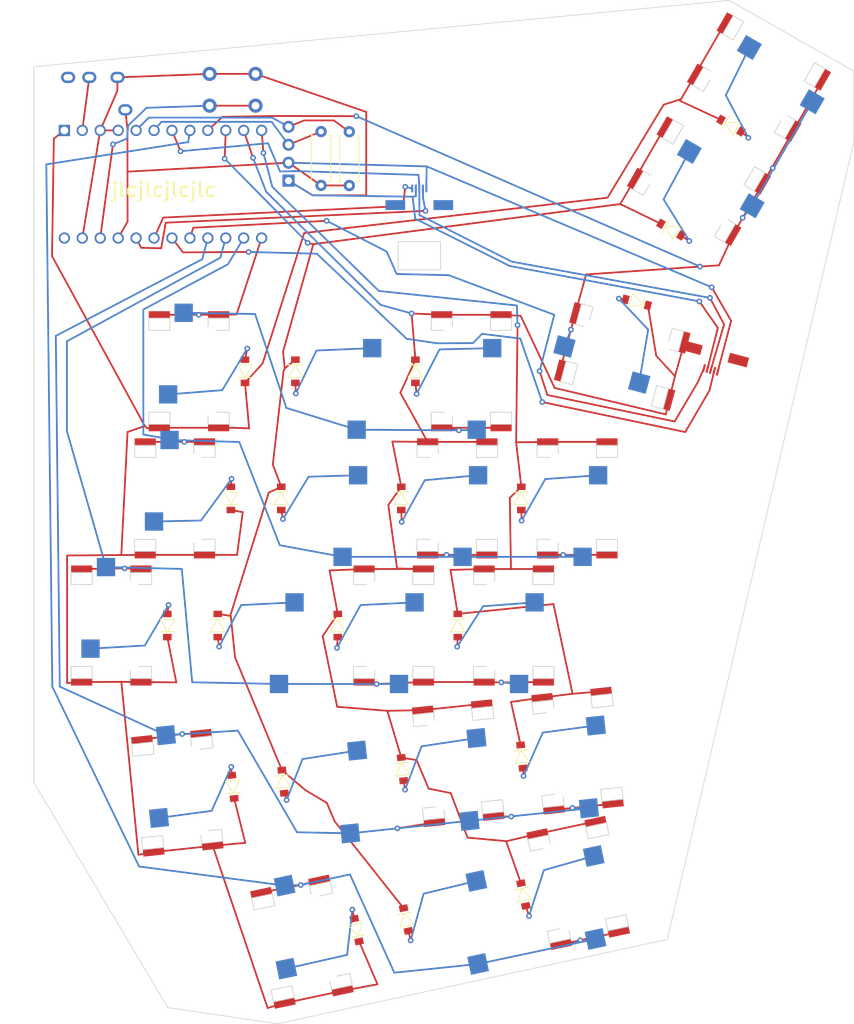
<source format=kicad_pcb>
(kicad_pcb (version 20171130) (host pcbnew 5.1.5+dfsg1-2build2)

  (general
    (thickness 1.6)
    (drawings 9)
    (tracks 440)
    (zones 0)
    (modules 16)
    (nets 43)
  )

  (page A4)
  (layers
    (0 F.Cu signal)
    (31 B.Cu signal)
    (32 B.Adhes user)
    (33 F.Adhes user)
    (34 B.Paste user)
    (35 F.Paste user)
    (36 B.SilkS user)
    (37 F.SilkS user)
    (38 B.Mask user)
    (39 F.Mask user)
    (40 Dwgs.User user)
    (41 Cmts.User user)
    (42 Eco1.User user)
    (43 Eco2.User user)
    (44 Edge.Cuts user)
    (45 Margin user)
    (46 B.CrtYd user)
    (47 F.CrtYd user)
    (48 B.Fab user)
    (49 F.Fab user)
  )

  (setup
    (last_trace_width 0.25)
    (trace_clearance 0.2)
    (zone_clearance 0.508)
    (zone_45_only no)
    (trace_min 0.2)
    (via_size 0.8)
    (via_drill 0.4)
    (via_min_size 0.4)
    (via_min_drill 0.3)
    (uvia_size 0.3)
    (uvia_drill 0.1)
    (uvias_allowed no)
    (uvia_min_size 0.2)
    (uvia_min_drill 0.1)
    (edge_width 0.05)
    (segment_width 0.2)
    (pcb_text_width 0.3)
    (pcb_text_size 1.5 1.5)
    (mod_edge_width 0.12)
    (mod_text_size 1 1)
    (mod_text_width 0.15)
    (pad_size 1.524 1.524)
    (pad_drill 0.762)
    (pad_to_mask_clearance 0.051)
    (solder_mask_min_width 0.25)
    (aux_axis_origin 0 0)
    (visible_elements FFFFFF7F)
    (pcbplotparams
      (layerselection 0x010fc_ffffffff)
      (usegerberextensions true)
      (usegerberattributes false)
      (usegerberadvancedattributes false)
      (creategerberjobfile false)
      (excludeedgelayer true)
      (linewidth 0.100000)
      (plotframeref false)
      (viasonmask false)
      (mode 1)
      (useauxorigin false)
      (hpglpennumber 1)
      (hpglpenspeed 20)
      (hpglpendiameter 15.000000)
      (psnegative false)
      (psa4output false)
      (plotreference false)
      (plotvalue false)
      (plotinvisibletext false)
      (padsonsilk false)
      (subtractmaskfromsilk true)
      (outputformat 1)
      (mirror false)
      (drillshape 0)
      (scaleselection 1)
      (outputdirectory "plot/"))
  )

  (net 0 "")
  (net 1 /ROW_T)
  (net 2 /COL_P)
  (net 3 "Net-(Col1-Padt2)")
  (net 4 "Net-(Col1-Padm2)")
  (net 5 /ROW_M)
  (net 6 /ROW_B)
  (net 7 "Net-(Col1-Padb2)")
  (net 8 /ROW_ADD)
  (net 9 /COL_R)
  (net 10 "Net-(Col2-Padt2)")
  (net 11 "Net-(Col2-Pada2)")
  (net 12 "Net-(Col2-Padm2)")
  (net 13 "Net-(Col2-Padb2)")
  (net 14 /COL_M)
  (net 15 "Net-(Col3-Padt2)")
  (net 16 "Net-(Col3-Pada2)")
  (net 17 "Net-(Col3-Padm2)")
  (net 18 "Net-(Col3-Padb2)")
  (net 19 /COL_I1)
  (net 20 "Net-(Col4-Padt2)")
  (net 21 "Net-(Col4-Pada2)")
  (net 22 "Net-(Col4-Padm2)")
  (net 23 "Net-(Col4-Padb2)")
  (net 24 /COL_I2)
  (net 25 "Net-(Col5-Padt2)")
  (net 26 "Net-(Col5-Padm2)")
  (net 27 "Net-(Col5-Padb2)")
  (net 28 /SERIAL)
  (net 29 GND)
  (net 30 VCC)
  (net 31 /JOYCON_Push)
  (net 32 /RST)
  (net 33 /COL_T)
  (net 34 /SCL)
  (net 35 /SDA)
  (net 36 "Net-(SW_and_D1-Pad2)")
  (net 37 "Net-(SW_and_D2-Pad2)")
  (net 38 "Net-(SW_and_D3-Pad2)")
  (net 39 /JOYCON_LR2)
  (net 40 /JOYCON_UD2)
  (net 41 /JOYCON_LR1)
  (net 42 /JOYCON_UD1)

  (net_class Default "This is the default net class."
    (clearance 0.2)
    (trace_width 0.25)
    (via_dia 0.8)
    (via_drill 0.4)
    (uvia_dia 0.3)
    (uvia_drill 0.1)
    (add_net /COL_I1)
    (add_net /COL_I2)
    (add_net /COL_M)
    (add_net /COL_P)
    (add_net /COL_R)
    (add_net /COL_T)
    (add_net /JOYCON_LR1)
    (add_net /JOYCON_LR2)
    (add_net /JOYCON_Push)
    (add_net /JOYCON_UD1)
    (add_net /JOYCON_UD2)
    (add_net /ROW_ADD)
    (add_net /ROW_B)
    (add_net /ROW_M)
    (add_net /ROW_T)
    (add_net /RST)
    (add_net /SCL)
    (add_net /SDA)
    (add_net /SERIAL)
    (add_net GND)
    (add_net "Net-(Col1-Padb2)")
    (add_net "Net-(Col1-Padm2)")
    (add_net "Net-(Col1-Padt2)")
    (add_net "Net-(Col2-Pada2)")
    (add_net "Net-(Col2-Padb2)")
    (add_net "Net-(Col2-Padm2)")
    (add_net "Net-(Col2-Padt2)")
    (add_net "Net-(Col3-Pada2)")
    (add_net "Net-(Col3-Padb2)")
    (add_net "Net-(Col3-Padm2)")
    (add_net "Net-(Col3-Padt2)")
    (add_net "Net-(Col4-Pada2)")
    (add_net "Net-(Col4-Padb2)")
    (add_net "Net-(Col4-Padm2)")
    (add_net "Net-(Col4-Padt2)")
    (add_net "Net-(Col5-Padb2)")
    (add_net "Net-(Col5-Padm2)")
    (add_net "Net-(Col5-Padt2)")
    (add_net "Net-(J_TRRS_1-PadR2)")
    (add_net "Net-(SW_and_D1-Pad2)")
    (add_net "Net-(SW_and_D2-Pad2)")
    (add_net "Net-(SW_and_D3-Pad2)")
    (add_net "Net-(U1-Pad24)")
    (add_net VCC)
  )

  (module scaffold:SW_PUSH_6mm_H4.3mm_no_SilkS (layer F.Cu) (tedit 60EB1299) (tstamp 60C8F101)
    (at 28.892 15.414)
    (descr "tactile push button, 6x6mm e.g. PHAP33xx series, height=4.3mm")
    (tags "tact sw push 6mm")
    (path /60CA749D)
    (fp_text reference SW1 (at 3.3 0 -180) (layer F.Fab)
      (effects (font (size 1 1) (thickness 0.15)))
    )
    (fp_text value SW_Push (at 3.75 6.7 -180) (layer F.Fab)
      (effects (font (size 1 1) (thickness 0.15)))
    )
    (fp_text user %R (at 3.25 2.25 -180) (layer F.Fab)
      (effects (font (size 1 1) (thickness 0.15)))
    )
    (fp_line (start 3.25 -0.75) (end 6.25 -0.75) (layer F.Fab) (width 0.1))
    (fp_line (start 6.25 -0.75) (end 6.25 5.25) (layer F.Fab) (width 0.1))
    (fp_line (start 6.25 5.25) (end 0.25 5.25) (layer F.Fab) (width 0.1))
    (fp_line (start 0.25 5.25) (end 0.25 -0.75) (layer F.Fab) (width 0.1))
    (fp_line (start 0.25 -0.75) (end 3.25 -0.75) (layer F.Fab) (width 0.1))
    (fp_line (start 7.75 6) (end 8 6) (layer F.CrtYd) (width 0.05))
    (fp_line (start 8 6) (end 8 5.75) (layer F.CrtYd) (width 0.05))
    (fp_line (start 7.75 -1.5) (end 8 -1.5) (layer F.CrtYd) (width 0.05))
    (fp_line (start 8 -1.5) (end 8 -1.25) (layer F.CrtYd) (width 0.05))
    (fp_line (start -1.5 -1.25) (end -1.5 -1.5) (layer F.CrtYd) (width 0.05))
    (fp_line (start -1.5 -1.5) (end -1.25 -1.5) (layer F.CrtYd) (width 0.05))
    (fp_line (start -1.5 5.75) (end -1.5 6) (layer F.CrtYd) (width 0.05))
    (fp_line (start -1.5 6) (end -1.25 6) (layer F.CrtYd) (width 0.05))
    (fp_line (start -1.25 -1.5) (end 7.75 -1.5) (layer F.CrtYd) (width 0.05))
    (fp_line (start -1.5 5.75) (end -1.5 -1.25) (layer F.CrtYd) (width 0.05))
    (fp_line (start 7.75 6) (end -1.25 6) (layer F.CrtYd) (width 0.05))
    (fp_line (start 8 -1.25) (end 8 5.75) (layer F.CrtYd) (width 0.05))
    (fp_circle (center 3.25 2.25) (end 1.25 2.5) (layer F.Fab) (width 0.1))
    (pad 2 thru_hole circle (at 0 4.5 90) (size 2 2) (drill 1.1) (layers *.Cu *.Mask)
      (net 32 /RST))
    (pad 1 thru_hole circle (at 0 0 90) (size 2 2) (drill 1.1) (layers *.Cu *.Mask)
      (net 29 GND))
    (pad 2 thru_hole circle (at 6.5 4.5 90) (size 2 2) (drill 1.1) (layers *.Cu *.Mask)
      (net 32 /RST))
    (pad 1 thru_hole circle (at 6.5 0 90) (size 2 2) (drill 1.1) (layers *.Cu *.Mask)
      (net 29 GND))
    (model ${KISYS3DMOD}/Button_Switch_THT.3dshapes/SW_PUSH_6mm_H4.3mm.wrl
      (at (xyz 0 0 0))
      (scale (xyz 1 1 1))
      (rotate (xyz 0 0 0))
    )
  )

  (module Resistor_THT:R_Axial_DIN0207_L6.3mm_D2.5mm_P7.62mm_Horizontal (layer F.Cu) (tedit 5AE5139B) (tstamp 6109EE22)
    (at 48.675 23.6 270)
    (descr "Resistor, Axial_DIN0207 series, Axial, Horizontal, pin pitch=7.62mm, 0.25W = 1/4W, length*diameter=6.3*2.5mm^2, http://cdn-reichelt.de/documents/datenblatt/B400/1_4W%23YAG.pdf")
    (tags "Resistor Axial_DIN0207 series Axial Horizontal pin pitch 7.62mm 0.25W = 1/4W length 6.3mm diameter 2.5mm")
    (path /610A9ED1)
    (fp_text reference R_SDA_1 (at 3.81 -2.37 90) (layer F.SilkS) hide
      (effects (font (size 1 1) (thickness 0.15)))
    )
    (fp_text value 4.7k (at 3.81 2.37 90) (layer F.Fab)
      (effects (font (size 1 1) (thickness 0.15)))
    )
    (fp_text user %R (at 3.81 0 90) (layer F.Fab)
      (effects (font (size 1 1) (thickness 0.15)))
    )
    (fp_line (start 8.67 -1.5) (end -1.05 -1.5) (layer F.CrtYd) (width 0.05))
    (fp_line (start 8.67 1.5) (end 8.67 -1.5) (layer F.CrtYd) (width 0.05))
    (fp_line (start -1.05 1.5) (end 8.67 1.5) (layer F.CrtYd) (width 0.05))
    (fp_line (start -1.05 -1.5) (end -1.05 1.5) (layer F.CrtYd) (width 0.05))
    (fp_line (start 7.08 1.37) (end 7.08 1.04) (layer F.SilkS) (width 0.12))
    (fp_line (start 0.54 1.37) (end 7.08 1.37) (layer F.SilkS) (width 0.12))
    (fp_line (start 0.54 1.04) (end 0.54 1.37) (layer F.SilkS) (width 0.12))
    (fp_line (start 7.08 -1.37) (end 7.08 -1.04) (layer F.SilkS) (width 0.12))
    (fp_line (start 0.54 -1.37) (end 7.08 -1.37) (layer F.SilkS) (width 0.12))
    (fp_line (start 0.54 -1.04) (end 0.54 -1.37) (layer F.SilkS) (width 0.12))
    (fp_line (start 7.62 0) (end 6.96 0) (layer F.Fab) (width 0.1))
    (fp_line (start 0 0) (end 0.66 0) (layer F.Fab) (width 0.1))
    (fp_line (start 6.96 -1.25) (end 0.66 -1.25) (layer F.Fab) (width 0.1))
    (fp_line (start 6.96 1.25) (end 6.96 -1.25) (layer F.Fab) (width 0.1))
    (fp_line (start 0.66 1.25) (end 6.96 1.25) (layer F.Fab) (width 0.1))
    (fp_line (start 0.66 -1.25) (end 0.66 1.25) (layer F.Fab) (width 0.1))
    (pad 2 thru_hole oval (at 7.62 0 270) (size 1.6 1.6) (drill 0.8) (layers *.Cu *.Mask)
      (net 30 VCC))
    (pad 1 thru_hole circle (at 0 0 270) (size 1.6 1.6) (drill 0.8) (layers *.Cu *.Mask)
      (net 35 /SDA))
    (model ${KISYS3DMOD}/Resistor_THT.3dshapes/R_Axial_DIN0207_L6.3mm_D2.5mm_P7.62mm_Horizontal.wrl
      (at (xyz 0 0 0))
      (scale (xyz 1 1 1))
      (rotate (xyz 0 0 0))
    )
  )

  (module Resistor_THT:R_Axial_DIN0207_L6.3mm_D2.5mm_P7.62mm_Horizontal (layer F.Cu) (tedit 5AE5139B) (tstamp 6109EDF4)
    (at 44.675 31.2 90)
    (descr "Resistor, Axial_DIN0207 series, Axial, Horizontal, pin pitch=7.62mm, 0.25W = 1/4W, length*diameter=6.3*2.5mm^2, http://cdn-reichelt.de/documents/datenblatt/B400/1_4W%23YAG.pdf")
    (tags "Resistor Axial_DIN0207 series Axial Horizontal pin pitch 7.62mm 0.25W = 1/4W length 6.3mm diameter 2.5mm")
    (path /610AA450)
    (fp_text reference R_SCL_1 (at 3.81 -2.37 90) (layer F.SilkS) hide
      (effects (font (size 1 1) (thickness 0.15)))
    )
    (fp_text value 4.7k (at 3.81 2.37 90) (layer F.Fab)
      (effects (font (size 1 1) (thickness 0.15)))
    )
    (fp_text user %R (at 3.81 0 90) (layer F.Fab)
      (effects (font (size 1 1) (thickness 0.15)))
    )
    (fp_line (start 8.67 -1.5) (end -1.05 -1.5) (layer F.CrtYd) (width 0.05))
    (fp_line (start 8.67 1.5) (end 8.67 -1.5) (layer F.CrtYd) (width 0.05))
    (fp_line (start -1.05 1.5) (end 8.67 1.5) (layer F.CrtYd) (width 0.05))
    (fp_line (start -1.05 -1.5) (end -1.05 1.5) (layer F.CrtYd) (width 0.05))
    (fp_line (start 7.08 1.37) (end 7.08 1.04) (layer F.SilkS) (width 0.12))
    (fp_line (start 0.54 1.37) (end 7.08 1.37) (layer F.SilkS) (width 0.12))
    (fp_line (start 0.54 1.04) (end 0.54 1.37) (layer F.SilkS) (width 0.12))
    (fp_line (start 7.08 -1.37) (end 7.08 -1.04) (layer F.SilkS) (width 0.12))
    (fp_line (start 0.54 -1.37) (end 7.08 -1.37) (layer F.SilkS) (width 0.12))
    (fp_line (start 0.54 -1.04) (end 0.54 -1.37) (layer F.SilkS) (width 0.12))
    (fp_line (start 7.62 0) (end 6.96 0) (layer F.Fab) (width 0.1))
    (fp_line (start 0 0) (end 0.66 0) (layer F.Fab) (width 0.1))
    (fp_line (start 6.96 -1.25) (end 0.66 -1.25) (layer F.Fab) (width 0.1))
    (fp_line (start 6.96 1.25) (end 6.96 -1.25) (layer F.Fab) (width 0.1))
    (fp_line (start 0.66 1.25) (end 6.96 1.25) (layer F.Fab) (width 0.1))
    (fp_line (start 0.66 -1.25) (end 0.66 1.25) (layer F.Fab) (width 0.1))
    (pad 2 thru_hole oval (at 7.62 0 90) (size 1.6 1.6) (drill 0.8) (layers *.Cu *.Mask)
      (net 34 /SCL))
    (pad 1 thru_hole circle (at 0 0 90) (size 1.6 1.6) (drill 0.8) (layers *.Cu *.Mask)
      (net 30 VCC))
    (model ${KISYS3DMOD}/Resistor_THT.3dshapes/R_Axial_DIN0207_L6.3mm_D2.5mm_P7.62mm_Horizontal.wrl
      (at (xyz 0 0 0))
      (scale (xyz 1 1 1))
      (rotate (xyz 0 0 0))
    )
  )

  (module scaffold:Col4_socket_PG1350_sod123_cutouts (layer F.Cu) (tedit 60EB1A91) (tstamp 60C8EFD1)
    (at 86.47 75.519 90)
    (descr "Kailh \"Choc\" PG1350 keyswitch socket mount")
    (tags kailh,choc)
    (path /60CB8DCA)
    (attr smd)
    (fp_text reference Col4 (at -0.3175 -44.786 90) (layer F.Fab)
      (effects (font (size 1 1) (thickness 0.15)))
    )
    (fp_text value Col4 (at 0.0635 -69 90) (layer F.Fab)
      (effects (font (size 1 1) (thickness 0.15)))
    )
    (fp_line (start 7.5 -56.8) (end 5.8 -56.8) (layer Edge.Cuts) (width 0.12))
    (fp_line (start -9 -51) (end -9 -68) (layer F.Fab) (width 0.15))
    (fp_line (start 0.889 -53.531) (end -0.889 -54.547) (layer F.SilkS) (width 0.12))
    (fp_line (start -5.8 -68.2) (end -7.5 -68.2) (layer Edge.Cuts) (width 0.12))
    (fp_line (start -5.8 -56.8) (end -7.5 -56.8) (layer Edge.Cuts) (width 0.12))
    (fp_line (start 7.5 -59.8) (end 7.5 -56.8) (layer Edge.Cuts) (width 0.12))
    (fp_line (start -5.8 -68.2) (end -5.8 -65.2) (layer Edge.Cuts) (width 0.12))
    (fp_line (start 7.5 -65.2) (end 7.5 -68.2) (layer Edge.Cuts) (width 0.12))
    (fp_line (start 5.8 -68.2) (end 5.8 -65.2) (layer Edge.Cuts) (width 0.12))
    (fp_line (start 7.5 -59.8) (end 5.8 -59.8) (layer Edge.Cuts) (width 0.12))
    (fp_line (start -7.5 -56.8) (end -7.5 -59.8) (layer Edge.Cuts) (width 0.12))
    (fp_line (start -5.8 -59.8) (end -5.8 -56.8) (layer Edge.Cuts) (width 0.12))
    (fp_line (start -0.889 -55.563) (end -0.889 -53.531) (layer F.SilkS) (width 0.12))
    (fp_line (start 0.889 -53.531) (end 0.889 -55.563) (layer F.SilkS) (width 0.12))
    (fp_line (start -7.5 -65.2) (end -7.5 -68.2) (layer Edge.Cuts) (width 0.12))
    (fp_line (start 9 -68) (end 9 -51) (layer F.Fab) (width 0.15))
    (fp_line (start 7.5 -68.2) (end 5.8 -68.2) (layer Edge.Cuts) (width 0.12))
    (fp_line (start -0.889 -55.563) (end -0.889 -53.531) (layer F.SilkS) (width 0.12))
    (fp_line (start 5.8 -56.8) (end 5.8 -59.8) (layer Edge.Cuts) (width 0.12))
    (fp_line (start -5.8 -59.8) (end -7.5 -59.8) (layer Edge.Cuts) (width 0.12))
    (fp_line (start 9 -51) (end -9 -51) (layer F.Fab) (width 0.15))
    (fp_line (start -0.889 -54.547) (end 0.889 -55.563) (layer F.SilkS) (width 0.12))
    (fp_line (start 7.5 -65.2) (end 5.8 -65.2) (layer Edge.Cuts) (width 0.12))
    (fp_line (start -5.8 -65.2) (end -7.5 -65.2) (layer Edge.Cuts) (width 0.12))
    (fp_line (start -9 0) (end -9 -17) (layer F.Fab) (width 0.15))
    (fp_line (start -7.5 -11.2) (end -5.8 -11.2) (layer Edge.Cuts) (width 0.12))
    (fp_line (start -5.8 -11.2) (end -5.8 -8.2) (layer Edge.Cuts) (width 0.12))
    (fp_line (start 0.889 -12.437) (end 0.889 -14.469) (layer F.SilkS) (width 0.12))
    (fp_line (start -7.5 -2.8) (end -7.5 0.2) (layer Edge.Cuts) (width 0.12))
    (fp_line (start 5.8 -8.2) (end 5.8 -11.2) (layer Edge.Cuts) (width 0.12))
    (fp_line (start 5.8 0.2) (end 7.5 0.2) (layer Edge.Cuts) (width 0.12))
    (fp_line (start 7.5 -11.2) (end 7.5 -8.2) (layer Edge.Cuts) (width 0.12))
    (fp_line (start 0.889 -13.453) (end -0.889 -12.437) (layer F.SilkS) (width 0.12))
    (fp_line (start -7.5 -8.2) (end -5.8 -8.2) (layer Edge.Cuts) (width 0.12))
    (fp_line (start 5.8 0.2) (end 5.8 -2.8) (layer Edge.Cuts) (width 0.12))
    (fp_line (start 9 -17) (end 9 0) (layer F.Fab) (width 0.15))
    (fp_line (start -0.889 -14.469) (end 0.889 -13.453) (layer F.SilkS) (width 0.12))
    (fp_line (start 0.889 -12.437) (end 0.889 -14.469) (layer F.SilkS) (width 0.12))
    (fp_line (start 5.8 -11.2) (end 7.5 -11.2) (layer Edge.Cuts) (width 0.12))
    (fp_line (start -7.5 0.2) (end -5.8 0.2) (layer Edge.Cuts) (width 0.12))
    (fp_line (start 7.5 -2.8) (end 7.5 0.2) (layer Edge.Cuts) (width 0.12))
    (fp_line (start -0.889 -14.469) (end -0.889 -12.437) (layer F.SilkS) (width 0.12))
    (fp_line (start 9 0) (end -9 0) (layer F.Fab) (width 0.15))
    (fp_line (start 5.8 -2.8) (end 7.5 -2.8) (layer Edge.Cuts) (width 0.12))
    (fp_line (start -7.5 -2.8) (end -5.8 -2.8) (layer Edge.Cuts) (width 0.12))
    (fp_line (start -7.5 -8.2) (end -7.5 -11.2) (layer Edge.Cuts) (width 0.12))
    (fp_line (start -5.8 0.2) (end -5.8 -2.8) (layer Edge.Cuts) (width 0.12))
    (fp_line (start 5.8 -8.2) (end 7.5 -8.2) (layer Edge.Cuts) (width 0.12))
    (fp_text user %R (at -0.127 -39.7695 90) (layer B.Fab)
      (effects (font (size 1 1) (thickness 0.15)) (justify mirror))
    )
    (fp_line (start -9 -17) (end -9 -34) (layer F.Fab) (width 0.15))
    (fp_line (start 9 -17) (end -9 -17) (layer F.Fab) (width 0.15))
    (fp_line (start 9 -34) (end 9 -17) (layer F.Fab) (width 0.15))
    (fp_line (start 9 -68) (end -9 -68) (layer F.Fab) (width 0.15))
    (fp_line (start 0.889 -47.453) (end -0.889 -46.437) (layer F.SilkS) (width 0.12))
    (fp_line (start 0.889 -46.437) (end 0.889 -48.469) (layer F.SilkS) (width 0.12))
    (fp_line (start -0.889 -48.469) (end 0.889 -47.453) (layer F.SilkS) (width 0.12))
    (fp_line (start 0.889 -46.437) (end 0.889 -48.469) (layer F.SilkS) (width 0.12))
    (fp_line (start -0.889 -48.469) (end -0.889 -46.437) (layer F.SilkS) (width 0.12))
    (fp_line (start -7.5 -28.2) (end -5.8 -28.2) (layer Edge.Cuts) (width 0.12))
    (fp_line (start -5.8 -28.2) (end -5.8 -25.2) (layer Edge.Cuts) (width 0.12))
    (fp_line (start 0.889 -29.437) (end 0.889 -31.469) (layer F.SilkS) (width 0.12))
    (fp_line (start -7.5 -19.8) (end -7.5 -16.8) (layer Edge.Cuts) (width 0.12))
    (fp_line (start 5.8 -25.2) (end 5.8 -28.2) (layer Edge.Cuts) (width 0.12))
    (fp_line (start 5.8 -16.8) (end 7.5 -16.8) (layer Edge.Cuts) (width 0.12))
    (fp_line (start 7.5 -28.2) (end 7.5 -25.2) (layer Edge.Cuts) (width 0.12))
    (fp_line (start 0.889 -30.453) (end -0.889 -29.437) (layer F.SilkS) (width 0.12))
    (fp_line (start -7.5 -25.2) (end -5.8 -25.2) (layer Edge.Cuts) (width 0.12))
    (fp_line (start 5.8 -16.8) (end 5.8 -19.8) (layer Edge.Cuts) (width 0.12))
    (fp_line (start -0.889 -31.469) (end 0.889 -30.453) (layer F.SilkS) (width 0.12))
    (fp_line (start 0.889 -29.437) (end 0.889 -31.469) (layer F.SilkS) (width 0.12))
    (fp_line (start 5.8 -28.2) (end 7.5 -28.2) (layer Edge.Cuts) (width 0.12))
    (fp_line (start -7.5 -16.8) (end -5.8 -16.8) (layer Edge.Cuts) (width 0.12))
    (fp_line (start 7.5 -19.8) (end 7.5 -16.8) (layer Edge.Cuts) (width 0.12))
    (fp_line (start -0.889 -31.469) (end -0.889 -29.437) (layer F.SilkS) (width 0.12))
    (fp_line (start 5.8 -19.8) (end 7.5 -19.8) (layer Edge.Cuts) (width 0.12))
    (fp_line (start -7.5 -19.8) (end -5.8 -19.8) (layer Edge.Cuts) (width 0.12))
    (fp_line (start -7.5 -25.2) (end -7.5 -28.2) (layer Edge.Cuts) (width 0.12))
    (fp_line (start -5.8 -16.8) (end -5.8 -19.8) (layer Edge.Cuts) (width 0.12))
    (fp_line (start 5.8 -25.2) (end 7.5 -25.2) (layer Edge.Cuts) (width 0.12))
    (fp_line (start -9 -34) (end -9 -51) (layer F.Fab) (width 0.15))
    (fp_line (start 9 -34) (end -9 -34) (layer F.Fab) (width 0.15))
    (fp_line (start 9 -51) (end 9 -34) (layer F.Fab) (width 0.15))
    (pad aK smd rect (at 8 -1.3 90) (size 1 3) (layers F.Cu F.Paste F.Mask)
      (net 8 /ROW_ADD))
    (pad a1 smd rect (at -8 -1.3 90) (size 1 3) (layers F.Cu F.Paste F.Mask)
      (net 19 /COL_I1))
    (pad tK smd rect (at -8 -66.7 270) (size 1 3) (layers F.Cu F.Paste F.Mask)
      (net 1 /ROW_T))
    (pad t1 smd rect (at 8 -66.7 270) (size 1 3) (layers F.Cu F.Paste F.Mask)
      (net 19 /COL_I1))
    (pad tA smd rect (at 1.64 -54.57 270) (size 0.92 1.22) (layers F.Cu F.Paste F.Mask)
      (net 20 "Net-(Col4-Padt2)"))
    (pad "" np_thru_hole circle (at 0 -65.45 270) (size 3 3) (drill 3) (layers *.Cu *.Mask))
    (pad "" np_thru_hole circle (at -5.22 -55.3 270) (size 0.9906 0.9906) (drill 0.9906) (layers *.Cu *.Mask))
    (pad t2 smd rect (at -3.275 -65.45 270) (size 2.6 2.6) (layers B.Cu B.Paste B.Mask)
      (net 20 "Net-(Col4-Padt2)"))
    (pad t1 smd rect (at 8.275 -63.25 270) (size 2.6 2.6) (layers B.Cu B.Paste B.Mask)
      (net 19 /COL_I1))
    (pad "" np_thru_hole circle (at 5 -63.25 270) (size 3 3) (drill 3) (layers *.Cu))
    (pad "" np_thru_hole circle (at 5.5 -59.5 270) (size 1.7018 1.7018) (drill 1.7018) (layers *.Cu))
    (pad tK smd rect (at -1.64 -54.57 270) (size 0.92 1.22) (layers F.Cu F.Paste F.Mask)
      (net 1 /ROW_T))
    (pad "" np_thru_hole circle (at 0 -59.5) (size 3.429 3.429) (drill 3.429) (layers *.Cu *.Mask))
    (pad "" np_thru_hole circle (at -5.5 -59.5 270) (size 1.7018 1.7018) (drill 1.7018) (layers *.Cu))
    (pad t1 smd rect (at 8 -58.3 270) (size 1 3) (layers F.Cu F.Paste F.Mask)
      (net 19 /COL_I1))
    (pad tK smd rect (at -8 -58.3 270) (size 1 3) (layers F.Cu F.Paste F.Mask)
      (net 1 /ROW_T))
    (pad "" np_thru_hole circle (at -5.5 -8.5 90) (size 1.7018 1.7018) (drill 1.7018) (layers *.Cu))
    (pad "" np_thru_hole circle (at -5 -4.75 90) (size 3 3) (drill 3) (layers *.Cu))
    (pad a1 smd rect (at -8 -9.7 90) (size 1 3) (layers F.Cu F.Paste F.Mask)
      (net 19 /COL_I1))
    (pad "" np_thru_hole circle (at 5.22 -12.7 90) (size 0.9906 0.9906) (drill 0.9906) (layers *.Cu *.Mask))
    (pad aA smd rect (at -1.64 -13.43 90) (size 0.92 1.22) (layers F.Cu F.Paste F.Mask)
      (net 21 "Net-(Col4-Pada2)"))
    (pad a1 smd rect (at -8.275 -4.75 90) (size 2.6 2.6) (layers B.Cu B.Paste B.Mask)
      (net 19 /COL_I1))
    (pad "" np_thru_hole circle (at 0 -2.55 90) (size 3 3) (drill 3) (layers *.Cu *.Mask))
    (pad aK smd rect (at 1.64 -13.43 90) (size 0.92 1.22) (layers F.Cu F.Paste F.Mask)
      (net 8 /ROW_ADD))
    (pad "" np_thru_hole circle (at 0 -8.5 90) (size 3.429 3.429) (drill 3.429) (layers *.Cu *.Mask))
    (pad aK smd rect (at 8 -9.7 90) (size 1 3) (layers F.Cu F.Paste F.Mask)
      (net 8 /ROW_ADD))
    (pad a2 smd rect (at 3.275 -2.55 90) (size 2.6 2.6) (layers B.Cu B.Paste B.Mask)
      (net 21 "Net-(Col4-Pada2)"))
    (pad "" np_thru_hole circle (at 5.5 -8.5 90) (size 1.7018 1.7018) (drill 1.7018) (layers *.Cu))
    (pad "" np_thru_hole circle (at 5.22 -46.7 90) (size 0.9906 0.9906) (drill 0.9906) (layers *.Cu *.Mask))
    (pad m1 smd rect (at -8.275 -38.75 90) (size 2.6 2.6) (layers B.Cu B.Paste B.Mask)
      (net 19 /COL_I1))
    (pad "" np_thru_hole circle (at 0 -36.55 90) (size 3 3) (drill 3) (layers *.Cu *.Mask))
    (pad "" np_thru_hole circle (at 0 -42.5 90) (size 3.429 3.429) (drill 3.429) (layers *.Cu *.Mask))
    (pad "" np_thru_hole circle (at -5 -38.75 90) (size 3 3) (drill 3) (layers *.Cu))
    (pad m2 smd rect (at 3.275 -36.55 90) (size 2.6 2.6) (layers B.Cu B.Paste B.Mask)
      (net 22 "Net-(Col4-Padm2)"))
    (pad "" np_thru_hole circle (at 5.5 -42.5 90) (size 1.7018 1.7018) (drill 1.7018) (layers *.Cu))
    (pad "" np_thru_hole circle (at -5.5 -42.5 90) (size 1.7018 1.7018) (drill 1.7018) (layers *.Cu))
    (pad mK smd rect (at 1.64 -47.43 90) (size 0.92 1.22) (layers F.Cu F.Paste F.Mask)
      (net 5 /ROW_M))
    (pad mA smd rect (at -1.64 -47.43 90) (size 0.92 1.22) (layers F.Cu F.Paste F.Mask)
      (net 22 "Net-(Col4-Padm2)"))
    (pad bK smd rect (at 8 -26.7 90) (size 1 3) (layers F.Cu F.Paste F.Mask)
      (net 6 /ROW_B))
    (pad b2 smd rect (at 3.275 -19.55 90) (size 2.6 2.6) (layers B.Cu B.Paste B.Mask)
      (net 23 "Net-(Col4-Padb2)"))
    (pad "" np_thru_hole circle (at 5.5 -25.5 90) (size 1.7018 1.7018) (drill 1.7018) (layers *.Cu))
    (pad bK smd rect (at 8 -18.3 90) (size 1 3) (layers F.Cu F.Paste F.Mask)
      (net 6 /ROW_B))
    (pad b1 smd rect (at -8 -18.3 90) (size 1 3) (layers F.Cu F.Paste F.Mask)
      (net 19 /COL_I1))
    (pad "" np_thru_hole circle (at -5.5 -25.5 90) (size 1.7018 1.7018) (drill 1.7018) (layers *.Cu))
    (pad "" np_thru_hole circle (at -5 -21.75 90) (size 3 3) (drill 3) (layers *.Cu))
    (pad b1 smd rect (at -8 -26.7 90) (size 1 3) (layers F.Cu F.Paste F.Mask)
      (net 19 /COL_I1))
    (pad "" np_thru_hole circle (at 5.22 -29.7 90) (size 0.9906 0.9906) (drill 0.9906) (layers *.Cu *.Mask))
    (pad bA smd rect (at -1.64 -30.43 90) (size 0.92 1.22) (layers F.Cu F.Paste F.Mask)
      (net 23 "Net-(Col4-Padb2)"))
    (pad b1 smd rect (at -8.275 -21.75 90) (size 2.6 2.6) (layers B.Cu B.Paste B.Mask)
      (net 19 /COL_I1))
    (pad "" np_thru_hole circle (at 0 -19.55 90) (size 3 3) (drill 3) (layers *.Cu *.Mask))
    (pad bK smd rect (at 1.64 -30.43 90) (size 0.92 1.22) (layers F.Cu F.Paste F.Mask)
      (net 6 /ROW_B))
    (pad "" np_thru_hole circle (at 0 -25.5 90) (size 3.429 3.429) (drill 3.429) (layers *.Cu *.Mask))
  )

  (module scaffold:Col4_socket_PG1350_sod123_cutouts (layer F.Cu) (tedit 60EB1A91) (tstamp 60C8EEBD)
    (at 86.47 110.664508 96)
    (descr "Kailh \"Choc\" PG1350 keyswitch socket mount")
    (tags kailh,choc)
    (path /60CB7AF3)
    (attr smd)
    (fp_text reference Col2 (at -0.3175 -44.786 96) (layer F.Fab)
      (effects (font (size 1 1) (thickness 0.15)))
    )
    (fp_text value Col4 (at 0.0635 -69 96) (layer F.Fab)
      (effects (font (size 1 1) (thickness 0.15)))
    )
    (fp_line (start 7.5 -56.8) (end 5.8 -56.8) (layer Edge.Cuts) (width 0.12))
    (fp_line (start -9 -51) (end -9 -68) (layer F.Fab) (width 0.15))
    (fp_line (start 0.889 -53.531) (end -0.889 -54.547) (layer F.SilkS) (width 0.12))
    (fp_line (start -5.8 -68.2) (end -7.5 -68.2) (layer Edge.Cuts) (width 0.12))
    (fp_line (start -5.8 -56.8) (end -7.5 -56.8) (layer Edge.Cuts) (width 0.12))
    (fp_line (start 7.5 -59.8) (end 7.5 -56.8) (layer Edge.Cuts) (width 0.12))
    (fp_line (start -5.8 -68.2) (end -5.8 -65.2) (layer Edge.Cuts) (width 0.12))
    (fp_line (start 7.5 -65.2) (end 7.5 -68.2) (layer Edge.Cuts) (width 0.12))
    (fp_line (start 5.8 -68.2) (end 5.8 -65.2) (layer Edge.Cuts) (width 0.12))
    (fp_line (start 7.5 -59.8) (end 5.8 -59.8) (layer Edge.Cuts) (width 0.12))
    (fp_line (start -7.5 -56.8) (end -7.5 -59.8) (layer Edge.Cuts) (width 0.12))
    (fp_line (start -5.8 -59.8) (end -5.8 -56.8) (layer Edge.Cuts) (width 0.12))
    (fp_line (start -0.889 -55.563) (end -0.889 -53.531) (layer F.SilkS) (width 0.12))
    (fp_line (start 0.889 -53.531) (end 0.889 -55.563) (layer F.SilkS) (width 0.12))
    (fp_line (start -7.5 -65.2) (end -7.5 -68.2) (layer Edge.Cuts) (width 0.12))
    (fp_line (start 9 -68) (end 9 -51) (layer F.Fab) (width 0.15))
    (fp_line (start 7.5 -68.2) (end 5.8 -68.2) (layer Edge.Cuts) (width 0.12))
    (fp_line (start -0.889 -55.563) (end -0.889 -53.531) (layer F.SilkS) (width 0.12))
    (fp_line (start 5.8 -56.8) (end 5.8 -59.8) (layer Edge.Cuts) (width 0.12))
    (fp_line (start -5.8 -59.8) (end -7.5 -59.8) (layer Edge.Cuts) (width 0.12))
    (fp_line (start 9 -51) (end -9 -51) (layer F.Fab) (width 0.15))
    (fp_line (start -0.889 -54.547) (end 0.889 -55.563) (layer F.SilkS) (width 0.12))
    (fp_line (start 7.5 -65.2) (end 5.8 -65.2) (layer Edge.Cuts) (width 0.12))
    (fp_line (start -5.8 -65.2) (end -7.5 -65.2) (layer Edge.Cuts) (width 0.12))
    (fp_line (start -9 0) (end -9 -17) (layer F.Fab) (width 0.15))
    (fp_line (start -7.5 -11.2) (end -5.8 -11.2) (layer Edge.Cuts) (width 0.12))
    (fp_line (start -5.8 -11.2) (end -5.8 -8.2) (layer Edge.Cuts) (width 0.12))
    (fp_line (start 0.889 -12.437) (end 0.889 -14.469) (layer F.SilkS) (width 0.12))
    (fp_line (start -7.5 -2.8) (end -7.5 0.2) (layer Edge.Cuts) (width 0.12))
    (fp_line (start 5.8 -8.2) (end 5.8 -11.2) (layer Edge.Cuts) (width 0.12))
    (fp_line (start 5.8 0.2) (end 7.5 0.2) (layer Edge.Cuts) (width 0.12))
    (fp_line (start 7.5 -11.2) (end 7.5 -8.2) (layer Edge.Cuts) (width 0.12))
    (fp_line (start 0.889 -13.453) (end -0.889 -12.437) (layer F.SilkS) (width 0.12))
    (fp_line (start -7.5 -8.2) (end -5.8 -8.2) (layer Edge.Cuts) (width 0.12))
    (fp_line (start 5.8 0.2) (end 5.8 -2.8) (layer Edge.Cuts) (width 0.12))
    (fp_line (start 9 -17) (end 9 0) (layer F.Fab) (width 0.15))
    (fp_line (start -0.889 -14.469) (end 0.889 -13.453) (layer F.SilkS) (width 0.12))
    (fp_line (start 0.889 -12.437) (end 0.889 -14.469) (layer F.SilkS) (width 0.12))
    (fp_line (start 5.8 -11.2) (end 7.5 -11.2) (layer Edge.Cuts) (width 0.12))
    (fp_line (start -7.5 0.2) (end -5.8 0.2) (layer Edge.Cuts) (width 0.12))
    (fp_line (start 7.5 -2.8) (end 7.5 0.2) (layer Edge.Cuts) (width 0.12))
    (fp_line (start -0.889 -14.469) (end -0.889 -12.437) (layer F.SilkS) (width 0.12))
    (fp_line (start 9 0) (end -9 0) (layer F.Fab) (width 0.15))
    (fp_line (start 5.8 -2.8) (end 7.5 -2.8) (layer Edge.Cuts) (width 0.12))
    (fp_line (start -7.5 -2.8) (end -5.8 -2.8) (layer Edge.Cuts) (width 0.12))
    (fp_line (start -7.5 -8.2) (end -7.5 -11.2) (layer Edge.Cuts) (width 0.12))
    (fp_line (start -5.8 0.2) (end -5.8 -2.8) (layer Edge.Cuts) (width 0.12))
    (fp_line (start 5.8 -8.2) (end 7.5 -8.2) (layer Edge.Cuts) (width 0.12))
    (fp_text user %R (at -0.127 -39.7695 96) (layer B.Fab)
      (effects (font (size 1 1) (thickness 0.15)) (justify mirror))
    )
    (fp_line (start -9 -17) (end -9 -34) (layer F.Fab) (width 0.15))
    (fp_line (start 9 -17) (end -9 -17) (layer F.Fab) (width 0.15))
    (fp_line (start 9 -34) (end 9 -17) (layer F.Fab) (width 0.15))
    (fp_line (start 9 -68) (end -9 -68) (layer F.Fab) (width 0.15))
    (fp_line (start 0.889 -47.453) (end -0.889 -46.437) (layer F.SilkS) (width 0.12))
    (fp_line (start 0.889 -46.437) (end 0.889 -48.469) (layer F.SilkS) (width 0.12))
    (fp_line (start -0.889 -48.469) (end 0.889 -47.453) (layer F.SilkS) (width 0.12))
    (fp_line (start 0.889 -46.437) (end 0.889 -48.469) (layer F.SilkS) (width 0.12))
    (fp_line (start -0.889 -48.469) (end -0.889 -46.437) (layer F.SilkS) (width 0.12))
    (fp_line (start -7.5 -28.2) (end -5.8 -28.2) (layer Edge.Cuts) (width 0.12))
    (fp_line (start -5.8 -28.2) (end -5.8 -25.2) (layer Edge.Cuts) (width 0.12))
    (fp_line (start 0.889 -29.437) (end 0.889 -31.469) (layer F.SilkS) (width 0.12))
    (fp_line (start -7.5 -19.8) (end -7.5 -16.8) (layer Edge.Cuts) (width 0.12))
    (fp_line (start 5.8 -25.2) (end 5.8 -28.2) (layer Edge.Cuts) (width 0.12))
    (fp_line (start 5.8 -16.8) (end 7.5 -16.8) (layer Edge.Cuts) (width 0.12))
    (fp_line (start 7.5 -28.2) (end 7.5 -25.2) (layer Edge.Cuts) (width 0.12))
    (fp_line (start 0.889 -30.453) (end -0.889 -29.437) (layer F.SilkS) (width 0.12))
    (fp_line (start -7.5 -25.2) (end -5.8 -25.2) (layer Edge.Cuts) (width 0.12))
    (fp_line (start 5.8 -16.8) (end 5.8 -19.8) (layer Edge.Cuts) (width 0.12))
    (fp_line (start -0.889 -31.469) (end 0.889 -30.453) (layer F.SilkS) (width 0.12))
    (fp_line (start 0.889 -29.437) (end 0.889 -31.469) (layer F.SilkS) (width 0.12))
    (fp_line (start 5.8 -28.2) (end 7.5 -28.2) (layer Edge.Cuts) (width 0.12))
    (fp_line (start -7.5 -16.8) (end -5.8 -16.8) (layer Edge.Cuts) (width 0.12))
    (fp_line (start 7.5 -19.8) (end 7.5 -16.8) (layer Edge.Cuts) (width 0.12))
    (fp_line (start -0.889 -31.469) (end -0.889 -29.437) (layer F.SilkS) (width 0.12))
    (fp_line (start 5.8 -19.8) (end 7.5 -19.8) (layer Edge.Cuts) (width 0.12))
    (fp_line (start -7.5 -19.8) (end -5.8 -19.8) (layer Edge.Cuts) (width 0.12))
    (fp_line (start -7.5 -25.2) (end -7.5 -28.2) (layer Edge.Cuts) (width 0.12))
    (fp_line (start -5.8 -16.8) (end -5.8 -19.8) (layer Edge.Cuts) (width 0.12))
    (fp_line (start 5.8 -25.2) (end 7.5 -25.2) (layer Edge.Cuts) (width 0.12))
    (fp_line (start -9 -34) (end -9 -51) (layer F.Fab) (width 0.15))
    (fp_line (start 9 -34) (end -9 -34) (layer F.Fab) (width 0.15))
    (fp_line (start 9 -51) (end 9 -34) (layer F.Fab) (width 0.15))
    (pad aK smd rect (at 8 -1.3 96) (size 1 3) (layers F.Cu F.Paste F.Mask)
      (net 8 /ROW_ADD))
    (pad a1 smd rect (at -8 -1.3 96) (size 1 3) (layers F.Cu F.Paste F.Mask)
      (net 9 /COL_R))
    (pad tK smd rect (at -8 -66.7 276) (size 1 3) (layers F.Cu F.Paste F.Mask)
      (net 1 /ROW_T))
    (pad t1 smd rect (at 8 -66.7 276) (size 1 3) (layers F.Cu F.Paste F.Mask)
      (net 9 /COL_R))
    (pad tA smd rect (at 1.64 -54.57 276) (size 0.92 1.22) (layers F.Cu F.Paste F.Mask)
      (net 10 "Net-(Col2-Padt2)"))
    (pad "" np_thru_hole circle (at 0 -65.45 276) (size 3 3) (drill 3) (layers *.Cu *.Mask))
    (pad "" np_thru_hole circle (at -5.22 -55.3 276) (size 0.9906 0.9906) (drill 0.9906) (layers *.Cu *.Mask))
    (pad t2 smd rect (at -3.275 -65.45 276) (size 2.6 2.6) (layers B.Cu B.Paste B.Mask)
      (net 10 "Net-(Col2-Padt2)"))
    (pad t1 smd rect (at 8.275 -63.25 276) (size 2.6 2.6) (layers B.Cu B.Paste B.Mask)
      (net 9 /COL_R))
    (pad "" np_thru_hole circle (at 5 -63.25 276) (size 3 3) (drill 3) (layers *.Cu))
    (pad "" np_thru_hole circle (at 5.5 -59.5 276) (size 1.7018 1.7018) (drill 1.7018) (layers *.Cu))
    (pad tK smd rect (at -1.64 -54.57 276) (size 0.92 1.22) (layers F.Cu F.Paste F.Mask)
      (net 1 /ROW_T))
    (pad "" np_thru_hole circle (at 0 -59.5 6) (size 3.429 3.429) (drill 3.429) (layers *.Cu *.Mask))
    (pad "" np_thru_hole circle (at -5.5 -59.5 276) (size 1.7018 1.7018) (drill 1.7018) (layers *.Cu))
    (pad t1 smd rect (at 8 -58.3 276) (size 1 3) (layers F.Cu F.Paste F.Mask)
      (net 9 /COL_R))
    (pad tK smd rect (at -8 -58.3 276) (size 1 3) (layers F.Cu F.Paste F.Mask)
      (net 1 /ROW_T))
    (pad "" np_thru_hole circle (at -5.5 -8.5 96) (size 1.7018 1.7018) (drill 1.7018) (layers *.Cu))
    (pad "" np_thru_hole circle (at -5 -4.75 96) (size 3 3) (drill 3) (layers *.Cu))
    (pad a1 smd rect (at -8 -9.7 96) (size 1 3) (layers F.Cu F.Paste F.Mask)
      (net 9 /COL_R))
    (pad "" np_thru_hole circle (at 5.22 -12.7 96) (size 0.9906 0.9906) (drill 0.9906) (layers *.Cu *.Mask))
    (pad aA smd rect (at -1.64 -13.43 96) (size 0.92 1.22) (layers F.Cu F.Paste F.Mask)
      (net 11 "Net-(Col2-Pada2)"))
    (pad a1 smd rect (at -8.275 -4.75 96) (size 2.6 2.6) (layers B.Cu B.Paste B.Mask)
      (net 9 /COL_R))
    (pad "" np_thru_hole circle (at 0 -2.55 96) (size 3 3) (drill 3) (layers *.Cu *.Mask))
    (pad aK smd rect (at 1.64 -13.43 96) (size 0.92 1.22) (layers F.Cu F.Paste F.Mask)
      (net 8 /ROW_ADD))
    (pad "" np_thru_hole circle (at 0 -8.5 96) (size 3.429 3.429) (drill 3.429) (layers *.Cu *.Mask))
    (pad aK smd rect (at 8 -9.7 96) (size 1 3) (layers F.Cu F.Paste F.Mask)
      (net 8 /ROW_ADD))
    (pad a2 smd rect (at 3.275 -2.55 96) (size 2.6 2.6) (layers B.Cu B.Paste B.Mask)
      (net 11 "Net-(Col2-Pada2)"))
    (pad "" np_thru_hole circle (at 5.5 -8.5 96) (size 1.7018 1.7018) (drill 1.7018) (layers *.Cu))
    (pad "" np_thru_hole circle (at 5.22 -46.7 96) (size 0.9906 0.9906) (drill 0.9906) (layers *.Cu *.Mask))
    (pad m1 smd rect (at -8.275 -38.75 96) (size 2.6 2.6) (layers B.Cu B.Paste B.Mask)
      (net 9 /COL_R))
    (pad "" np_thru_hole circle (at 0 -36.55 96) (size 3 3) (drill 3) (layers *.Cu *.Mask))
    (pad "" np_thru_hole circle (at 0 -42.5 96) (size 3.429 3.429) (drill 3.429) (layers *.Cu *.Mask))
    (pad "" np_thru_hole circle (at -5 -38.75 96) (size 3 3) (drill 3) (layers *.Cu))
    (pad m2 smd rect (at 3.275 -36.55 96) (size 2.6 2.6) (layers B.Cu B.Paste B.Mask)
      (net 12 "Net-(Col2-Padm2)"))
    (pad "" np_thru_hole circle (at 5.5 -42.5 96) (size 1.7018 1.7018) (drill 1.7018) (layers *.Cu))
    (pad "" np_thru_hole circle (at -5.5 -42.5 96) (size 1.7018 1.7018) (drill 1.7018) (layers *.Cu))
    (pad mK smd rect (at 1.64 -47.43 96) (size 0.92 1.22) (layers F.Cu F.Paste F.Mask)
      (net 5 /ROW_M))
    (pad mA smd rect (at -1.64 -47.43 96) (size 0.92 1.22) (layers F.Cu F.Paste F.Mask)
      (net 12 "Net-(Col2-Padm2)"))
    (pad bK smd rect (at 8 -26.7 96) (size 1 3) (layers F.Cu F.Paste F.Mask)
      (net 6 /ROW_B))
    (pad b2 smd rect (at 3.275 -19.55 96) (size 2.6 2.6) (layers B.Cu B.Paste B.Mask)
      (net 13 "Net-(Col2-Padb2)"))
    (pad "" np_thru_hole circle (at 5.5 -25.5 96) (size 1.7018 1.7018) (drill 1.7018) (layers *.Cu))
    (pad bK smd rect (at 8 -18.3 96) (size 1 3) (layers F.Cu F.Paste F.Mask)
      (net 6 /ROW_B))
    (pad b1 smd rect (at -8 -18.3 96) (size 1 3) (layers F.Cu F.Paste F.Mask)
      (net 9 /COL_R))
    (pad "" np_thru_hole circle (at -5.5 -25.5 96) (size 1.7018 1.7018) (drill 1.7018) (layers *.Cu))
    (pad "" np_thru_hole circle (at -5 -21.75 96) (size 3 3) (drill 3) (layers *.Cu))
    (pad b1 smd rect (at -8 -26.7 96) (size 1 3) (layers F.Cu F.Paste F.Mask)
      (net 9 /COL_R))
    (pad "" np_thru_hole circle (at 5.22 -29.7 96) (size 0.9906 0.9906) (drill 0.9906) (layers *.Cu *.Mask))
    (pad bA smd rect (at -1.64 -30.43 96) (size 0.92 1.22) (layers F.Cu F.Paste F.Mask)
      (net 13 "Net-(Col2-Padb2)"))
    (pad b1 smd rect (at -8.275 -21.75 96) (size 2.6 2.6) (layers B.Cu B.Paste B.Mask)
      (net 9 /COL_R))
    (pad "" np_thru_hole circle (at 0 -19.55 96) (size 3 3) (drill 3) (layers *.Cu *.Mask))
    (pad bK smd rect (at 1.64 -30.43 96) (size 0.92 1.22) (layers F.Cu F.Paste F.Mask)
      (net 6 /ROW_B))
    (pad "" np_thru_hole circle (at 0 -25.5 96) (size 3.429 3.429) (drill 3.429) (layers *.Cu *.Mask))
  )

  (module scaffold:Col4_socket_PG1350_sod123_cutouts (layer F.Cu) (tedit 60EB1A91) (tstamp 60C8EF47)
    (at 77.47 93.519 90)
    (descr "Kailh \"Choc\" PG1350 keyswitch socket mount")
    (tags kailh,choc)
    (path /60CB84E5)
    (attr smd)
    (fp_text reference Col3 (at -0.3175 -44.786 90) (layer F.Fab)
      (effects (font (size 1 1) (thickness 0.15)))
    )
    (fp_text value Col4 (at 0.0635 -69 90) (layer F.Fab)
      (effects (font (size 1 1) (thickness 0.15)))
    )
    (fp_line (start 7.5 -56.8) (end 5.8 -56.8) (layer Edge.Cuts) (width 0.12))
    (fp_line (start -9 -51) (end -9 -68) (layer F.Fab) (width 0.15))
    (fp_line (start 0.889 -53.531) (end -0.889 -54.547) (layer F.SilkS) (width 0.12))
    (fp_line (start -5.8 -68.2) (end -7.5 -68.2) (layer Edge.Cuts) (width 0.12))
    (fp_line (start -5.8 -56.8) (end -7.5 -56.8) (layer Edge.Cuts) (width 0.12))
    (fp_line (start 7.5 -59.8) (end 7.5 -56.8) (layer Edge.Cuts) (width 0.12))
    (fp_line (start -5.8 -68.2) (end -5.8 -65.2) (layer Edge.Cuts) (width 0.12))
    (fp_line (start 7.5 -65.2) (end 7.5 -68.2) (layer Edge.Cuts) (width 0.12))
    (fp_line (start 5.8 -68.2) (end 5.8 -65.2) (layer Edge.Cuts) (width 0.12))
    (fp_line (start 7.5 -59.8) (end 5.8 -59.8) (layer Edge.Cuts) (width 0.12))
    (fp_line (start -7.5 -56.8) (end -7.5 -59.8) (layer Edge.Cuts) (width 0.12))
    (fp_line (start -5.8 -59.8) (end -5.8 -56.8) (layer Edge.Cuts) (width 0.12))
    (fp_line (start -0.889 -55.563) (end -0.889 -53.531) (layer F.SilkS) (width 0.12))
    (fp_line (start 0.889 -53.531) (end 0.889 -55.563) (layer F.SilkS) (width 0.12))
    (fp_line (start -7.5 -65.2) (end -7.5 -68.2) (layer Edge.Cuts) (width 0.12))
    (fp_line (start 9 -68) (end 9 -51) (layer F.Fab) (width 0.15))
    (fp_line (start 7.5 -68.2) (end 5.8 -68.2) (layer Edge.Cuts) (width 0.12))
    (fp_line (start -0.889 -55.563) (end -0.889 -53.531) (layer F.SilkS) (width 0.12))
    (fp_line (start 5.8 -56.8) (end 5.8 -59.8) (layer Edge.Cuts) (width 0.12))
    (fp_line (start -5.8 -59.8) (end -7.5 -59.8) (layer Edge.Cuts) (width 0.12))
    (fp_line (start 9 -51) (end -9 -51) (layer F.Fab) (width 0.15))
    (fp_line (start -0.889 -54.547) (end 0.889 -55.563) (layer F.SilkS) (width 0.12))
    (fp_line (start 7.5 -65.2) (end 5.8 -65.2) (layer Edge.Cuts) (width 0.12))
    (fp_line (start -5.8 -65.2) (end -7.5 -65.2) (layer Edge.Cuts) (width 0.12))
    (fp_line (start -9 0) (end -9 -17) (layer F.Fab) (width 0.15))
    (fp_line (start -7.5 -11.2) (end -5.8 -11.2) (layer Edge.Cuts) (width 0.12))
    (fp_line (start -5.8 -11.2) (end -5.8 -8.2) (layer Edge.Cuts) (width 0.12))
    (fp_line (start 0.889 -12.437) (end 0.889 -14.469) (layer F.SilkS) (width 0.12))
    (fp_line (start -7.5 -2.8) (end -7.5 0.2) (layer Edge.Cuts) (width 0.12))
    (fp_line (start 5.8 -8.2) (end 5.8 -11.2) (layer Edge.Cuts) (width 0.12))
    (fp_line (start 5.8 0.2) (end 7.5 0.2) (layer Edge.Cuts) (width 0.12))
    (fp_line (start 7.5 -11.2) (end 7.5 -8.2) (layer Edge.Cuts) (width 0.12))
    (fp_line (start 0.889 -13.453) (end -0.889 -12.437) (layer F.SilkS) (width 0.12))
    (fp_line (start -7.5 -8.2) (end -5.8 -8.2) (layer Edge.Cuts) (width 0.12))
    (fp_line (start 5.8 0.2) (end 5.8 -2.8) (layer Edge.Cuts) (width 0.12))
    (fp_line (start 9 -17) (end 9 0) (layer F.Fab) (width 0.15))
    (fp_line (start -0.889 -14.469) (end 0.889 -13.453) (layer F.SilkS) (width 0.12))
    (fp_line (start 0.889 -12.437) (end 0.889 -14.469) (layer F.SilkS) (width 0.12))
    (fp_line (start 5.8 -11.2) (end 7.5 -11.2) (layer Edge.Cuts) (width 0.12))
    (fp_line (start -7.5 0.2) (end -5.8 0.2) (layer Edge.Cuts) (width 0.12))
    (fp_line (start 7.5 -2.8) (end 7.5 0.2) (layer Edge.Cuts) (width 0.12))
    (fp_line (start -0.889 -14.469) (end -0.889 -12.437) (layer F.SilkS) (width 0.12))
    (fp_line (start 9 0) (end -9 0) (layer F.Fab) (width 0.15))
    (fp_line (start 5.8 -2.8) (end 7.5 -2.8) (layer Edge.Cuts) (width 0.12))
    (fp_line (start -7.5 -2.8) (end -5.8 -2.8) (layer Edge.Cuts) (width 0.12))
    (fp_line (start -7.5 -8.2) (end -7.5 -11.2) (layer Edge.Cuts) (width 0.12))
    (fp_line (start -5.8 0.2) (end -5.8 -2.8) (layer Edge.Cuts) (width 0.12))
    (fp_line (start 5.8 -8.2) (end 7.5 -8.2) (layer Edge.Cuts) (width 0.12))
    (fp_text user %R (at -0.127 -39.7695 90) (layer B.Fab)
      (effects (font (size 1 1) (thickness 0.15)) (justify mirror))
    )
    (fp_line (start -9 -17) (end -9 -34) (layer F.Fab) (width 0.15))
    (fp_line (start 9 -17) (end -9 -17) (layer F.Fab) (width 0.15))
    (fp_line (start 9 -34) (end 9 -17) (layer F.Fab) (width 0.15))
    (fp_line (start 9 -68) (end -9 -68) (layer F.Fab) (width 0.15))
    (fp_line (start 0.889 -47.453) (end -0.889 -46.437) (layer F.SilkS) (width 0.12))
    (fp_line (start 0.889 -46.437) (end 0.889 -48.469) (layer F.SilkS) (width 0.12))
    (fp_line (start -0.889 -48.469) (end 0.889 -47.453) (layer F.SilkS) (width 0.12))
    (fp_line (start 0.889 -46.437) (end 0.889 -48.469) (layer F.SilkS) (width 0.12))
    (fp_line (start -0.889 -48.469) (end -0.889 -46.437) (layer F.SilkS) (width 0.12))
    (fp_line (start -7.5 -28.2) (end -5.8 -28.2) (layer Edge.Cuts) (width 0.12))
    (fp_line (start -5.8 -28.2) (end -5.8 -25.2) (layer Edge.Cuts) (width 0.12))
    (fp_line (start 0.889 -29.437) (end 0.889 -31.469) (layer F.SilkS) (width 0.12))
    (fp_line (start -7.5 -19.8) (end -7.5 -16.8) (layer Edge.Cuts) (width 0.12))
    (fp_line (start 5.8 -25.2) (end 5.8 -28.2) (layer Edge.Cuts) (width 0.12))
    (fp_line (start 5.8 -16.8) (end 7.5 -16.8) (layer Edge.Cuts) (width 0.12))
    (fp_line (start 7.5 -28.2) (end 7.5 -25.2) (layer Edge.Cuts) (width 0.12))
    (fp_line (start 0.889 -30.453) (end -0.889 -29.437) (layer F.SilkS) (width 0.12))
    (fp_line (start -7.5 -25.2) (end -5.8 -25.2) (layer Edge.Cuts) (width 0.12))
    (fp_line (start 5.8 -16.8) (end 5.8 -19.8) (layer Edge.Cuts) (width 0.12))
    (fp_line (start -0.889 -31.469) (end 0.889 -30.453) (layer F.SilkS) (width 0.12))
    (fp_line (start 0.889 -29.437) (end 0.889 -31.469) (layer F.SilkS) (width 0.12))
    (fp_line (start 5.8 -28.2) (end 7.5 -28.2) (layer Edge.Cuts) (width 0.12))
    (fp_line (start -7.5 -16.8) (end -5.8 -16.8) (layer Edge.Cuts) (width 0.12))
    (fp_line (start 7.5 -19.8) (end 7.5 -16.8) (layer Edge.Cuts) (width 0.12))
    (fp_line (start -0.889 -31.469) (end -0.889 -29.437) (layer F.SilkS) (width 0.12))
    (fp_line (start 5.8 -19.8) (end 7.5 -19.8) (layer Edge.Cuts) (width 0.12))
    (fp_line (start -7.5 -19.8) (end -5.8 -19.8) (layer Edge.Cuts) (width 0.12))
    (fp_line (start -7.5 -25.2) (end -7.5 -28.2) (layer Edge.Cuts) (width 0.12))
    (fp_line (start -5.8 -16.8) (end -5.8 -19.8) (layer Edge.Cuts) (width 0.12))
    (fp_line (start 5.8 -25.2) (end 7.5 -25.2) (layer Edge.Cuts) (width 0.12))
    (fp_line (start -9 -34) (end -9 -51) (layer F.Fab) (width 0.15))
    (fp_line (start 9 -34) (end -9 -34) (layer F.Fab) (width 0.15))
    (fp_line (start 9 -51) (end 9 -34) (layer F.Fab) (width 0.15))
    (pad aK smd rect (at 8 -1.3 90) (size 1 3) (layers F.Cu F.Paste F.Mask)
      (net 8 /ROW_ADD))
    (pad a1 smd rect (at -8 -1.3 90) (size 1 3) (layers F.Cu F.Paste F.Mask)
      (net 14 /COL_M))
    (pad tK smd rect (at -8 -66.7 270) (size 1 3) (layers F.Cu F.Paste F.Mask)
      (net 1 /ROW_T))
    (pad t1 smd rect (at 8 -66.7 270) (size 1 3) (layers F.Cu F.Paste F.Mask)
      (net 14 /COL_M))
    (pad tA smd rect (at 1.64 -54.57 270) (size 0.92 1.22) (layers F.Cu F.Paste F.Mask)
      (net 15 "Net-(Col3-Padt2)"))
    (pad "" np_thru_hole circle (at 0 -65.45 270) (size 3 3) (drill 3) (layers *.Cu *.Mask))
    (pad "" np_thru_hole circle (at -5.22 -55.3 270) (size 0.9906 0.9906) (drill 0.9906) (layers *.Cu *.Mask))
    (pad t2 smd rect (at -3.275 -65.45 270) (size 2.6 2.6) (layers B.Cu B.Paste B.Mask)
      (net 15 "Net-(Col3-Padt2)"))
    (pad t1 smd rect (at 8.275 -63.25 270) (size 2.6 2.6) (layers B.Cu B.Paste B.Mask)
      (net 14 /COL_M))
    (pad "" np_thru_hole circle (at 5 -63.25 270) (size 3 3) (drill 3) (layers *.Cu))
    (pad "" np_thru_hole circle (at 5.5 -59.5 270) (size 1.7018 1.7018) (drill 1.7018) (layers *.Cu))
    (pad tK smd rect (at -1.64 -54.57 270) (size 0.92 1.22) (layers F.Cu F.Paste F.Mask)
      (net 1 /ROW_T))
    (pad "" np_thru_hole circle (at 0 -59.5) (size 3.429 3.429) (drill 3.429) (layers *.Cu *.Mask))
    (pad "" np_thru_hole circle (at -5.5 -59.5 270) (size 1.7018 1.7018) (drill 1.7018) (layers *.Cu))
    (pad t1 smd rect (at 8 -58.3 270) (size 1 3) (layers F.Cu F.Paste F.Mask)
      (net 14 /COL_M))
    (pad tK smd rect (at -8 -58.3 270) (size 1 3) (layers F.Cu F.Paste F.Mask)
      (net 1 /ROW_T))
    (pad "" np_thru_hole circle (at -5.5 -8.5 90) (size 1.7018 1.7018) (drill 1.7018) (layers *.Cu))
    (pad "" np_thru_hole circle (at -5 -4.75 90) (size 3 3) (drill 3) (layers *.Cu))
    (pad a1 smd rect (at -8 -9.7 90) (size 1 3) (layers F.Cu F.Paste F.Mask)
      (net 14 /COL_M))
    (pad "" np_thru_hole circle (at 5.22 -12.7 90) (size 0.9906 0.9906) (drill 0.9906) (layers *.Cu *.Mask))
    (pad aA smd rect (at -1.64 -13.43 90) (size 0.92 1.22) (layers F.Cu F.Paste F.Mask)
      (net 16 "Net-(Col3-Pada2)"))
    (pad a1 smd rect (at -8.275 -4.75 90) (size 2.6 2.6) (layers B.Cu B.Paste B.Mask)
      (net 14 /COL_M))
    (pad "" np_thru_hole circle (at 0 -2.55 90) (size 3 3) (drill 3) (layers *.Cu *.Mask))
    (pad aK smd rect (at 1.64 -13.43 90) (size 0.92 1.22) (layers F.Cu F.Paste F.Mask)
      (net 8 /ROW_ADD))
    (pad "" np_thru_hole circle (at 0 -8.5 90) (size 3.429 3.429) (drill 3.429) (layers *.Cu *.Mask))
    (pad aK smd rect (at 8 -9.7 90) (size 1 3) (layers F.Cu F.Paste F.Mask)
      (net 8 /ROW_ADD))
    (pad a2 smd rect (at 3.275 -2.55 90) (size 2.6 2.6) (layers B.Cu B.Paste B.Mask)
      (net 16 "Net-(Col3-Pada2)"))
    (pad "" np_thru_hole circle (at 5.5 -8.5 90) (size 1.7018 1.7018) (drill 1.7018) (layers *.Cu))
    (pad "" np_thru_hole circle (at 5.22 -46.7 90) (size 0.9906 0.9906) (drill 0.9906) (layers *.Cu *.Mask))
    (pad m1 smd rect (at -8.275 -38.75 90) (size 2.6 2.6) (layers B.Cu B.Paste B.Mask)
      (net 14 /COL_M))
    (pad "" np_thru_hole circle (at 0 -36.55 90) (size 3 3) (drill 3) (layers *.Cu *.Mask))
    (pad "" np_thru_hole circle (at 0 -42.5 90) (size 3.429 3.429) (drill 3.429) (layers *.Cu *.Mask))
    (pad "" np_thru_hole circle (at -5 -38.75 90) (size 3 3) (drill 3) (layers *.Cu))
    (pad m2 smd rect (at 3.275 -36.55 90) (size 2.6 2.6) (layers B.Cu B.Paste B.Mask)
      (net 17 "Net-(Col3-Padm2)"))
    (pad "" np_thru_hole circle (at 5.5 -42.5 90) (size 1.7018 1.7018) (drill 1.7018) (layers *.Cu))
    (pad "" np_thru_hole circle (at -5.5 -42.5 90) (size 1.7018 1.7018) (drill 1.7018) (layers *.Cu))
    (pad mK smd rect (at 1.64 -47.43 90) (size 0.92 1.22) (layers F.Cu F.Paste F.Mask)
      (net 5 /ROW_M))
    (pad mA smd rect (at -1.64 -47.43 90) (size 0.92 1.22) (layers F.Cu F.Paste F.Mask)
      (net 17 "Net-(Col3-Padm2)"))
    (pad bK smd rect (at 8 -26.7 90) (size 1 3) (layers F.Cu F.Paste F.Mask)
      (net 6 /ROW_B))
    (pad b2 smd rect (at 3.275 -19.55 90) (size 2.6 2.6) (layers B.Cu B.Paste B.Mask)
      (net 18 "Net-(Col3-Padb2)"))
    (pad "" np_thru_hole circle (at 5.5 -25.5 90) (size 1.7018 1.7018) (drill 1.7018) (layers *.Cu))
    (pad bK smd rect (at 8 -18.3 90) (size 1 3) (layers F.Cu F.Paste F.Mask)
      (net 6 /ROW_B))
    (pad b1 smd rect (at -8 -18.3 90) (size 1 3) (layers F.Cu F.Paste F.Mask)
      (net 14 /COL_M))
    (pad "" np_thru_hole circle (at -5.5 -25.5 90) (size 1.7018 1.7018) (drill 1.7018) (layers *.Cu))
    (pad "" np_thru_hole circle (at -5 -21.75 90) (size 3 3) (drill 3) (layers *.Cu))
    (pad b1 smd rect (at -8 -26.7 90) (size 1 3) (layers F.Cu F.Paste F.Mask)
      (net 14 /COL_M))
    (pad "" np_thru_hole circle (at 5.22 -29.7 90) (size 0.9906 0.9906) (drill 0.9906) (layers *.Cu *.Mask))
    (pad bA smd rect (at -1.64 -30.43 90) (size 0.92 1.22) (layers F.Cu F.Paste F.Mask)
      (net 18 "Net-(Col3-Padb2)"))
    (pad b1 smd rect (at -8.275 -21.75 90) (size 2.6 2.6) (layers B.Cu B.Paste B.Mask)
      (net 14 /COL_M))
    (pad "" np_thru_hole circle (at 0 -19.55 90) (size 3 3) (drill 3) (layers *.Cu *.Mask))
    (pad bK smd rect (at 1.64 -30.43 90) (size 0.92 1.22) (layers F.Cu F.Paste F.Mask)
      (net 6 /ROW_B))
    (pad "" np_thru_hole circle (at 0 -25.5 90) (size 3.429 3.429) (drill 3.429) (layers *.Cu *.Mask))
  )

  (module scaffold:Col3_socket_PG1350_sod123_cutouts (layer F.Cu) (tedit 60EB17AF) (tstamp 60C8EE33)
    (at 86.47 128.825 102)
    (descr "Kailh \"Choc\" PG1350 keyswitch socket mount")
    (tags kailh,choc)
    (path /60CB218B)
    (attr smd)
    (fp_text reference Col1 (at -0.3175 -27.786 102) (layer F.Fab)
      (effects (font (size 1 1) (thickness 0.15)))
    )
    (fp_text value Col3 (at 0.0635 -52 102) (layer F.Fab)
      (effects (font (size 1 1) (thickness 0.15)))
    )
    (fp_line (start 7.5 -39.8) (end 5.8 -39.8) (layer Edge.Cuts) (width 0.12))
    (fp_line (start -9 -34) (end -9 -51) (layer F.Fab) (width 0.15))
    (fp_line (start 0.889 -36.531) (end -0.889 -37.547) (layer F.SilkS) (width 0.12))
    (fp_line (start -5.8 -51.2) (end -7.5 -51.2) (layer Edge.Cuts) (width 0.12))
    (fp_line (start -5.8 -39.8) (end -7.5 -39.8) (layer Edge.Cuts) (width 0.12))
    (fp_line (start 7.5 -42.8) (end 7.5 -39.8) (layer Edge.Cuts) (width 0.12))
    (fp_line (start -5.8 -51.2) (end -5.8 -48.2) (layer Edge.Cuts) (width 0.12))
    (fp_line (start 7.5 -48.2) (end 7.5 -51.2) (layer Edge.Cuts) (width 0.12))
    (fp_line (start 5.8 -51.2) (end 5.8 -48.2) (layer Edge.Cuts) (width 0.12))
    (fp_line (start 7.5 -42.8) (end 5.8 -42.8) (layer Edge.Cuts) (width 0.12))
    (fp_line (start -7.5 -39.8) (end -7.5 -42.8) (layer Edge.Cuts) (width 0.12))
    (fp_line (start -5.8 -42.8) (end -5.8 -39.8) (layer Edge.Cuts) (width 0.12))
    (fp_line (start -0.889 -38.563) (end -0.889 -36.531) (layer F.SilkS) (width 0.12))
    (fp_line (start 0.889 -36.531) (end 0.889 -38.563) (layer F.SilkS) (width 0.12))
    (fp_line (start -7.5 -48.2) (end -7.5 -51.2) (layer Edge.Cuts) (width 0.12))
    (fp_line (start 9 -51) (end 9 -34) (layer F.Fab) (width 0.15))
    (fp_line (start 7.5 -51.2) (end 5.8 -51.2) (layer Edge.Cuts) (width 0.12))
    (fp_line (start -0.889 -38.563) (end -0.889 -36.531) (layer F.SilkS) (width 0.12))
    (fp_line (start 5.8 -39.8) (end 5.8 -42.8) (layer Edge.Cuts) (width 0.12))
    (fp_line (start -5.8 -42.8) (end -7.5 -42.8) (layer Edge.Cuts) (width 0.12))
    (fp_line (start 9 -34) (end -9 -34) (layer F.Fab) (width 0.15))
    (fp_line (start -0.889 -37.547) (end 0.889 -38.563) (layer F.SilkS) (width 0.12))
    (fp_line (start 7.5 -48.2) (end 5.8 -48.2) (layer Edge.Cuts) (width 0.12))
    (fp_line (start -5.8 -48.2) (end -7.5 -48.2) (layer Edge.Cuts) (width 0.12))
    (fp_text user %R (at -0.127 -22.7695 102) (layer B.Fab)
      (effects (font (size 1 1) (thickness 0.15)) (justify mirror))
    )
    (fp_line (start -9 0) (end -9 -17) (layer F.Fab) (width 0.15))
    (fp_line (start 9 0) (end -9 0) (layer F.Fab) (width 0.15))
    (fp_line (start 9 -17) (end 9 0) (layer F.Fab) (width 0.15))
    (fp_line (start 9 -51) (end -9 -51) (layer F.Fab) (width 0.15))
    (fp_line (start 0.889 -30.453) (end -0.889 -29.437) (layer F.SilkS) (width 0.12))
    (fp_line (start 0.889 -29.437) (end 0.889 -31.469) (layer F.SilkS) (width 0.12))
    (fp_line (start -0.889 -31.469) (end 0.889 -30.453) (layer F.SilkS) (width 0.12))
    (fp_line (start 0.889 -29.437) (end 0.889 -31.469) (layer F.SilkS) (width 0.12))
    (fp_line (start -0.889 -31.469) (end -0.889 -29.437) (layer F.SilkS) (width 0.12))
    (fp_line (start -7.5 -11.2) (end -5.8 -11.2) (layer Edge.Cuts) (width 0.12))
    (fp_line (start -5.8 -11.2) (end -5.8 -8.2) (layer Edge.Cuts) (width 0.12))
    (fp_line (start 0.889 -12.437) (end 0.889 -14.469) (layer F.SilkS) (width 0.12))
    (fp_line (start -7.5 -2.8) (end -7.5 0.2) (layer Edge.Cuts) (width 0.12))
    (fp_line (start 5.8 -8.2) (end 5.8 -11.2) (layer Edge.Cuts) (width 0.12))
    (fp_line (start 5.8 0.2) (end 7.5 0.2) (layer Edge.Cuts) (width 0.12))
    (fp_line (start 7.5 -11.2) (end 7.5 -8.2) (layer Edge.Cuts) (width 0.12))
    (fp_line (start 0.889 -13.453) (end -0.889 -12.437) (layer F.SilkS) (width 0.12))
    (fp_line (start -7.5 -8.2) (end -5.8 -8.2) (layer Edge.Cuts) (width 0.12))
    (fp_line (start 5.8 0.2) (end 5.8 -2.8) (layer Edge.Cuts) (width 0.12))
    (fp_line (start -0.889 -14.469) (end 0.889 -13.453) (layer F.SilkS) (width 0.12))
    (fp_line (start 0.889 -12.437) (end 0.889 -14.469) (layer F.SilkS) (width 0.12))
    (fp_line (start 5.8 -11.2) (end 7.5 -11.2) (layer Edge.Cuts) (width 0.12))
    (fp_line (start -7.5 0.2) (end -5.8 0.2) (layer Edge.Cuts) (width 0.12))
    (fp_line (start 7.5 -2.8) (end 7.5 0.2) (layer Edge.Cuts) (width 0.12))
    (fp_line (start -0.889 -14.469) (end -0.889 -12.437) (layer F.SilkS) (width 0.12))
    (fp_line (start 5.8 -2.8) (end 7.5 -2.8) (layer Edge.Cuts) (width 0.12))
    (fp_line (start -7.5 -2.8) (end -5.8 -2.8) (layer Edge.Cuts) (width 0.12))
    (fp_line (start -7.5 -8.2) (end -7.5 -11.2) (layer Edge.Cuts) (width 0.12))
    (fp_line (start -5.8 0.2) (end -5.8 -2.8) (layer Edge.Cuts) (width 0.12))
    (fp_line (start 5.8 -8.2) (end 7.5 -8.2) (layer Edge.Cuts) (width 0.12))
    (fp_line (start -9 -17) (end -9 -34) (layer F.Fab) (width 0.15))
    (fp_line (start 9 -17) (end -9 -17) (layer F.Fab) (width 0.15))
    (fp_line (start 9 -34) (end 9 -17) (layer F.Fab) (width 0.15))
    (pad tK smd rect (at -8 -49.7 282) (size 1 3) (layers F.Cu F.Paste F.Mask)
      (net 1 /ROW_T))
    (pad t1 smd rect (at 8 -49.7 282) (size 1 3) (layers F.Cu F.Paste F.Mask)
      (net 2 /COL_P))
    (pad tA smd rect (at 1.64 -37.57 282) (size 0.92 1.22) (layers F.Cu F.Paste F.Mask)
      (net 3 "Net-(Col1-Padt2)"))
    (pad "" np_thru_hole circle (at 0 -48.45 282) (size 3 3) (drill 3) (layers *.Cu *.Mask))
    (pad "" np_thru_hole circle (at -5.22 -38.3 282) (size 0.9906 0.9906) (drill 0.9906) (layers *.Cu *.Mask))
    (pad t2 smd rect (at -3.275 -48.45 282) (size 2.6 2.6) (layers B.Cu B.Paste B.Mask)
      (net 3 "Net-(Col1-Padt2)"))
    (pad t1 smd rect (at 8.275 -46.25 282) (size 2.6 2.6) (layers B.Cu B.Paste B.Mask)
      (net 2 /COL_P))
    (pad "" np_thru_hole circle (at 5 -46.25 282) (size 3 3) (drill 3) (layers *.Cu))
    (pad "" np_thru_hole circle (at 5.5 -42.5 282) (size 1.7018 1.7018) (drill 1.7018) (layers *.Cu))
    (pad tK smd rect (at -1.64 -37.57 282) (size 0.92 1.22) (layers F.Cu F.Paste F.Mask)
      (net 1 /ROW_T))
    (pad "" np_thru_hole circle (at 0 -42.5 12) (size 3.429 3.429) (drill 3.429) (layers *.Cu *.Mask))
    (pad "" np_thru_hole circle (at -5.5 -42.5 282) (size 1.7018 1.7018) (drill 1.7018) (layers *.Cu))
    (pad t1 smd rect (at 8 -41.3 282) (size 1 3) (layers F.Cu F.Paste F.Mask)
      (net 2 /COL_P))
    (pad tK smd rect (at -8 -41.3 282) (size 1 3) (layers F.Cu F.Paste F.Mask)
      (net 1 /ROW_T))
    (pad "" np_thru_hole circle (at 5.22 -29.7 102) (size 0.9906 0.9906) (drill 0.9906) (layers *.Cu *.Mask))
    (pad m1 smd rect (at -8.275 -21.75 102) (size 2.6 2.6) (layers B.Cu B.Paste B.Mask)
      (net 2 /COL_P))
    (pad "" np_thru_hole circle (at 0 -19.55 102) (size 3 3) (drill 3) (layers *.Cu *.Mask))
    (pad "" np_thru_hole circle (at 0 -25.5 102) (size 3.429 3.429) (drill 3.429) (layers *.Cu *.Mask))
    (pad "" np_thru_hole circle (at -5 -21.75 102) (size 3 3) (drill 3) (layers *.Cu))
    (pad m2 smd rect (at 3.275 -19.55 102) (size 2.6 2.6) (layers B.Cu B.Paste B.Mask)
      (net 4 "Net-(Col1-Padm2)"))
    (pad "" np_thru_hole circle (at 5.5 -25.5 102) (size 1.7018 1.7018) (drill 1.7018) (layers *.Cu))
    (pad "" np_thru_hole circle (at -5.5 -25.5 102) (size 1.7018 1.7018) (drill 1.7018) (layers *.Cu))
    (pad mK smd rect (at 1.64 -30.43 102) (size 0.92 1.22) (layers F.Cu F.Paste F.Mask)
      (net 5 /ROW_M))
    (pad mA smd rect (at -1.64 -30.43 102) (size 0.92 1.22) (layers F.Cu F.Paste F.Mask)
      (net 4 "Net-(Col1-Padm2)"))
    (pad bK smd rect (at 8 -9.7 102) (size 1 3) (layers F.Cu F.Paste F.Mask)
      (net 6 /ROW_B))
    (pad b2 smd rect (at 3.275 -2.55 102) (size 2.6 2.6) (layers B.Cu B.Paste B.Mask)
      (net 7 "Net-(Col1-Padb2)"))
    (pad "" np_thru_hole circle (at 5.5 -8.5 102) (size 1.7018 1.7018) (drill 1.7018) (layers *.Cu))
    (pad bK smd rect (at 8 -1.3 102) (size 1 3) (layers F.Cu F.Paste F.Mask)
      (net 6 /ROW_B))
    (pad b1 smd rect (at -8 -1.3 102) (size 1 3) (layers F.Cu F.Paste F.Mask)
      (net 2 /COL_P))
    (pad "" np_thru_hole circle (at -5.5 -8.5 102) (size 1.7018 1.7018) (drill 1.7018) (layers *.Cu))
    (pad "" np_thru_hole circle (at -5 -4.75 102) (size 3 3) (drill 3) (layers *.Cu))
    (pad b1 smd rect (at -8 -9.7 102) (size 1 3) (layers F.Cu F.Paste F.Mask)
      (net 2 /COL_P))
    (pad "" np_thru_hole circle (at 5.22 -12.7 102) (size 0.9906 0.9906) (drill 0.9906) (layers *.Cu *.Mask))
    (pad bA smd rect (at -1.64 -13.43 102) (size 0.92 1.22) (layers F.Cu F.Paste F.Mask)
      (net 7 "Net-(Col1-Padb2)"))
    (pad b1 smd rect (at -8.275 -4.75 102) (size 2.6 2.6) (layers B.Cu B.Paste B.Mask)
      (net 2 /COL_P))
    (pad "" np_thru_hole circle (at 0 -2.55 102) (size 3 3) (drill 3) (layers *.Cu *.Mask))
    (pad bK smd rect (at 1.64 -13.43 102) (size 0.92 1.22) (layers F.Cu F.Paste F.Mask)
      (net 6 /ROW_B))
    (pad "" np_thru_hole circle (at 0 -8.5 102) (size 3.429 3.429) (drill 3.429) (layers *.Cu *.Mask))
  )

  (module scaffold:Col3_socket_PG1350_sod123_cutouts (layer F.Cu) (tedit 60EB17AF) (tstamp 60C8F035)
    (at 71.47 57.519 90)
    (descr "Kailh \"Choc\" PG1350 keyswitch socket mount")
    (tags kailh,choc)
    (path /60CB9377)
    (attr smd)
    (fp_text reference Col5 (at -0.3175 -27.786 90) (layer F.Fab)
      (effects (font (size 1 1) (thickness 0.15)))
    )
    (fp_text value Col3 (at 0.0635 -52 90) (layer F.Fab)
      (effects (font (size 1 1) (thickness 0.15)))
    )
    (fp_line (start 7.5 -39.8) (end 5.8 -39.8) (layer Edge.Cuts) (width 0.12))
    (fp_line (start -9 -34) (end -9 -51) (layer F.Fab) (width 0.15))
    (fp_line (start 0.889 -36.531) (end -0.889 -37.547) (layer F.SilkS) (width 0.12))
    (fp_line (start -5.8 -51.2) (end -7.5 -51.2) (layer Edge.Cuts) (width 0.12))
    (fp_line (start -5.8 -39.8) (end -7.5 -39.8) (layer Edge.Cuts) (width 0.12))
    (fp_line (start 7.5 -42.8) (end 7.5 -39.8) (layer Edge.Cuts) (width 0.12))
    (fp_line (start -5.8 -51.2) (end -5.8 -48.2) (layer Edge.Cuts) (width 0.12))
    (fp_line (start 7.5 -48.2) (end 7.5 -51.2) (layer Edge.Cuts) (width 0.12))
    (fp_line (start 5.8 -51.2) (end 5.8 -48.2) (layer Edge.Cuts) (width 0.12))
    (fp_line (start 7.5 -42.8) (end 5.8 -42.8) (layer Edge.Cuts) (width 0.12))
    (fp_line (start -7.5 -39.8) (end -7.5 -42.8) (layer Edge.Cuts) (width 0.12))
    (fp_line (start -5.8 -42.8) (end -5.8 -39.8) (layer Edge.Cuts) (width 0.12))
    (fp_line (start -0.889 -38.563) (end -0.889 -36.531) (layer F.SilkS) (width 0.12))
    (fp_line (start 0.889 -36.531) (end 0.889 -38.563) (layer F.SilkS) (width 0.12))
    (fp_line (start -7.5 -48.2) (end -7.5 -51.2) (layer Edge.Cuts) (width 0.12))
    (fp_line (start 9 -51) (end 9 -34) (layer F.Fab) (width 0.15))
    (fp_line (start 7.5 -51.2) (end 5.8 -51.2) (layer Edge.Cuts) (width 0.12))
    (fp_line (start -0.889 -38.563) (end -0.889 -36.531) (layer F.SilkS) (width 0.12))
    (fp_line (start 5.8 -39.8) (end 5.8 -42.8) (layer Edge.Cuts) (width 0.12))
    (fp_line (start -5.8 -42.8) (end -7.5 -42.8) (layer Edge.Cuts) (width 0.12))
    (fp_line (start 9 -34) (end -9 -34) (layer F.Fab) (width 0.15))
    (fp_line (start -0.889 -37.547) (end 0.889 -38.563) (layer F.SilkS) (width 0.12))
    (fp_line (start 7.5 -48.2) (end 5.8 -48.2) (layer Edge.Cuts) (width 0.12))
    (fp_line (start -5.8 -48.2) (end -7.5 -48.2) (layer Edge.Cuts) (width 0.12))
    (fp_text user %R (at -0.127 -22.7695 90) (layer B.Fab)
      (effects (font (size 1 1) (thickness 0.15)) (justify mirror))
    )
    (fp_line (start -9 0) (end -9 -17) (layer F.Fab) (width 0.15))
    (fp_line (start 9 0) (end -9 0) (layer F.Fab) (width 0.15))
    (fp_line (start 9 -17) (end 9 0) (layer F.Fab) (width 0.15))
    (fp_line (start 9 -51) (end -9 -51) (layer F.Fab) (width 0.15))
    (fp_line (start 0.889 -30.453) (end -0.889 -29.437) (layer F.SilkS) (width 0.12))
    (fp_line (start 0.889 -29.437) (end 0.889 -31.469) (layer F.SilkS) (width 0.12))
    (fp_line (start -0.889 -31.469) (end 0.889 -30.453) (layer F.SilkS) (width 0.12))
    (fp_line (start 0.889 -29.437) (end 0.889 -31.469) (layer F.SilkS) (width 0.12))
    (fp_line (start -0.889 -31.469) (end -0.889 -29.437) (layer F.SilkS) (width 0.12))
    (fp_line (start -7.5 -11.2) (end -5.8 -11.2) (layer Edge.Cuts) (width 0.12))
    (fp_line (start -5.8 -11.2) (end -5.8 -8.2) (layer Edge.Cuts) (width 0.12))
    (fp_line (start 0.889 -12.437) (end 0.889 -14.469) (layer F.SilkS) (width 0.12))
    (fp_line (start -7.5 -2.8) (end -7.5 0.2) (layer Edge.Cuts) (width 0.12))
    (fp_line (start 5.8 -8.2) (end 5.8 -11.2) (layer Edge.Cuts) (width 0.12))
    (fp_line (start 5.8 0.2) (end 7.5 0.2) (layer Edge.Cuts) (width 0.12))
    (fp_line (start 7.5 -11.2) (end 7.5 -8.2) (layer Edge.Cuts) (width 0.12))
    (fp_line (start 0.889 -13.453) (end -0.889 -12.437) (layer F.SilkS) (width 0.12))
    (fp_line (start -7.5 -8.2) (end -5.8 -8.2) (layer Edge.Cuts) (width 0.12))
    (fp_line (start 5.8 0.2) (end 5.8 -2.8) (layer Edge.Cuts) (width 0.12))
    (fp_line (start -0.889 -14.469) (end 0.889 -13.453) (layer F.SilkS) (width 0.12))
    (fp_line (start 0.889 -12.437) (end 0.889 -14.469) (layer F.SilkS) (width 0.12))
    (fp_line (start 5.8 -11.2) (end 7.5 -11.2) (layer Edge.Cuts) (width 0.12))
    (fp_line (start -7.5 0.2) (end -5.8 0.2) (layer Edge.Cuts) (width 0.12))
    (fp_line (start 7.5 -2.8) (end 7.5 0.2) (layer Edge.Cuts) (width 0.12))
    (fp_line (start -0.889 -14.469) (end -0.889 -12.437) (layer F.SilkS) (width 0.12))
    (fp_line (start 5.8 -2.8) (end 7.5 -2.8) (layer Edge.Cuts) (width 0.12))
    (fp_line (start -7.5 -2.8) (end -5.8 -2.8) (layer Edge.Cuts) (width 0.12))
    (fp_line (start -7.5 -8.2) (end -7.5 -11.2) (layer Edge.Cuts) (width 0.12))
    (fp_line (start -5.8 0.2) (end -5.8 -2.8) (layer Edge.Cuts) (width 0.12))
    (fp_line (start 5.8 -8.2) (end 7.5 -8.2) (layer Edge.Cuts) (width 0.12))
    (fp_line (start -9 -17) (end -9 -34) (layer F.Fab) (width 0.15))
    (fp_line (start 9 -17) (end -9 -17) (layer F.Fab) (width 0.15))
    (fp_line (start 9 -34) (end 9 -17) (layer F.Fab) (width 0.15))
    (pad tK smd rect (at -8 -49.7 270) (size 1 3) (layers F.Cu F.Paste F.Mask)
      (net 1 /ROW_T))
    (pad t1 smd rect (at 8 -49.7 270) (size 1 3) (layers F.Cu F.Paste F.Mask)
      (net 24 /COL_I2))
    (pad tA smd rect (at 1.64 -37.57 270) (size 0.92 1.22) (layers F.Cu F.Paste F.Mask)
      (net 25 "Net-(Col5-Padt2)"))
    (pad "" np_thru_hole circle (at 0 -48.45 270) (size 3 3) (drill 3) (layers *.Cu *.Mask))
    (pad "" np_thru_hole circle (at -5.22 -38.3 270) (size 0.9906 0.9906) (drill 0.9906) (layers *.Cu *.Mask))
    (pad t2 smd rect (at -3.275 -48.45 270) (size 2.6 2.6) (layers B.Cu B.Paste B.Mask)
      (net 25 "Net-(Col5-Padt2)"))
    (pad t1 smd rect (at 8.275 -46.25 270) (size 2.6 2.6) (layers B.Cu B.Paste B.Mask)
      (net 24 /COL_I2))
    (pad "" np_thru_hole circle (at 5 -46.25 270) (size 3 3) (drill 3) (layers *.Cu))
    (pad "" np_thru_hole circle (at 5.5 -42.5 270) (size 1.7018 1.7018) (drill 1.7018) (layers *.Cu))
    (pad tK smd rect (at -1.64 -37.57 270) (size 0.92 1.22) (layers F.Cu F.Paste F.Mask)
      (net 1 /ROW_T))
    (pad "" np_thru_hole circle (at 0 -42.5) (size 3.429 3.429) (drill 3.429) (layers *.Cu *.Mask))
    (pad "" np_thru_hole circle (at -5.5 -42.5 270) (size 1.7018 1.7018) (drill 1.7018) (layers *.Cu))
    (pad t1 smd rect (at 8 -41.3 270) (size 1 3) (layers F.Cu F.Paste F.Mask)
      (net 24 /COL_I2))
    (pad tK smd rect (at -8 -41.3 270) (size 1 3) (layers F.Cu F.Paste F.Mask)
      (net 1 /ROW_T))
    (pad "" np_thru_hole circle (at 5.22 -29.7 90) (size 0.9906 0.9906) (drill 0.9906) (layers *.Cu *.Mask))
    (pad m1 smd rect (at -8.275 -21.75 90) (size 2.6 2.6) (layers B.Cu B.Paste B.Mask)
      (net 24 /COL_I2))
    (pad "" np_thru_hole circle (at 0 -19.55 90) (size 3 3) (drill 3) (layers *.Cu *.Mask))
    (pad "" np_thru_hole circle (at 0 -25.5 90) (size 3.429 3.429) (drill 3.429) (layers *.Cu *.Mask))
    (pad "" np_thru_hole circle (at -5 -21.75 90) (size 3 3) (drill 3) (layers *.Cu))
    (pad m2 smd rect (at 3.275 -19.55 90) (size 2.6 2.6) (layers B.Cu B.Paste B.Mask)
      (net 26 "Net-(Col5-Padm2)"))
    (pad "" np_thru_hole circle (at 5.5 -25.5 90) (size 1.7018 1.7018) (drill 1.7018) (layers *.Cu))
    (pad "" np_thru_hole circle (at -5.5 -25.5 90) (size 1.7018 1.7018) (drill 1.7018) (layers *.Cu))
    (pad mK smd rect (at 1.64 -30.43 90) (size 0.92 1.22) (layers F.Cu F.Paste F.Mask)
      (net 5 /ROW_M))
    (pad mA smd rect (at -1.64 -30.43 90) (size 0.92 1.22) (layers F.Cu F.Paste F.Mask)
      (net 26 "Net-(Col5-Padm2)"))
    (pad bK smd rect (at 8 -9.7 90) (size 1 3) (layers F.Cu F.Paste F.Mask)
      (net 6 /ROW_B))
    (pad b2 smd rect (at 3.275 -2.55 90) (size 2.6 2.6) (layers B.Cu B.Paste B.Mask)
      (net 27 "Net-(Col5-Padb2)"))
    (pad "" np_thru_hole circle (at 5.5 -8.5 90) (size 1.7018 1.7018) (drill 1.7018) (layers *.Cu))
    (pad bK smd rect (at 8 -1.3 90) (size 1 3) (layers F.Cu F.Paste F.Mask)
      (net 6 /ROW_B))
    (pad b1 smd rect (at -8 -1.3 90) (size 1 3) (layers F.Cu F.Paste F.Mask)
      (net 24 /COL_I2))
    (pad "" np_thru_hole circle (at -5.5 -8.5 90) (size 1.7018 1.7018) (drill 1.7018) (layers *.Cu))
    (pad "" np_thru_hole circle (at -5 -4.75 90) (size 3 3) (drill 3) (layers *.Cu))
    (pad b1 smd rect (at -8 -9.7 90) (size 1 3) (layers F.Cu F.Paste F.Mask)
      (net 24 /COL_I2))
    (pad "" np_thru_hole circle (at 5.22 -12.7 90) (size 0.9906 0.9906) (drill 0.9906) (layers *.Cu *.Mask))
    (pad bA smd rect (at -1.64 -13.43 90) (size 0.92 1.22) (layers F.Cu F.Paste F.Mask)
      (net 27 "Net-(Col5-Padb2)"))
    (pad b1 smd rect (at -8.275 -4.75 90) (size 2.6 2.6) (layers B.Cu B.Paste B.Mask)
      (net 24 /COL_I2))
    (pad "" np_thru_hole circle (at 0 -2.55 90) (size 3 3) (drill 3) (layers *.Cu *.Mask))
    (pad bK smd rect (at 1.64 -13.43 90) (size 0.92 1.22) (layers F.Cu F.Paste F.Mask)
      (net 6 /ROW_B))
    (pad "" np_thru_hole circle (at 0 -8.5 90) (size 3.429 3.429) (drill 3.429) (layers *.Cu *.Mask))
  )

  (module scaffold:Col1_socket_PG1350_sod123_cutouts (layer F.Cu) (tedit 60E74D84) (tstamp 60CA59AE)
    (at 109.447999 11.105569 150)
    (descr "Kailh \"Choc\" PG1350 keyswitch socket mount")
    (tags kailh,choc)
    (path /60CAE2F3)
    (attr smd)
    (fp_text reference SW_and_D1 (at 0 -11 150) (layer F.Fab)
      (effects (font (size 1 1) (thickness 0.15)))
    )
    (fp_text value SW_and_D (at 0.0635 -19 150) (layer F.Fab)
      (effects (font (size 1 1) (thickness 0.15)))
    )
    (fp_line (start 9 -17) (end -9 -17) (layer F.Fab) (width 0.15))
    (fp_line (start 5.8 -8.2) (end 7.5 -8.2) (layer Edge.Cuts) (width 0.12))
    (fp_line (start -5.8 0.2) (end -5.8 -2.8) (layer Edge.Cuts) (width 0.12))
    (fp_line (start -7.5 -8.2) (end -7.5 -11.2) (layer Edge.Cuts) (width 0.12))
    (fp_line (start -7.5 -2.8) (end -5.8 -2.8) (layer Edge.Cuts) (width 0.12))
    (fp_line (start 5.8 -2.8) (end 7.5 -2.8) (layer Edge.Cuts) (width 0.12))
    (fp_line (start 9 0) (end -9 0) (layer F.Fab) (width 0.15))
    (fp_line (start -0.889 -14.469) (end -0.889 -12.437) (layer F.SilkS) (width 0.12))
    (fp_line (start 7.5 -2.8) (end 7.5 0.2) (layer Edge.Cuts) (width 0.12))
    (fp_line (start -7.5 0.2) (end -5.8 0.2) (layer Edge.Cuts) (width 0.12))
    (fp_line (start 5.8 -11.2) (end 7.5 -11.2) (layer Edge.Cuts) (width 0.12))
    (fp_line (start 0.889 -12.437) (end 0.889 -14.469) (layer F.SilkS) (width 0.12))
    (fp_line (start -0.889 -14.469) (end 0.889 -13.453) (layer F.SilkS) (width 0.12))
    (fp_line (start 9 -17) (end 9 0) (layer F.Fab) (width 0.15))
    (fp_line (start 5.8 0.2) (end 5.8 -2.8) (layer Edge.Cuts) (width 0.12))
    (fp_line (start -7.5 -8.2) (end -5.8 -8.2) (layer Edge.Cuts) (width 0.12))
    (fp_line (start 0.889 -13.453) (end -0.889 -12.437) (layer F.SilkS) (width 0.12))
    (fp_line (start 7.5 -11.2) (end 7.5 -8.2) (layer Edge.Cuts) (width 0.12))
    (fp_line (start 5.8 0.2) (end 7.5 0.2) (layer Edge.Cuts) (width 0.12))
    (fp_line (start 5.8 -8.2) (end 5.8 -11.2) (layer Edge.Cuts) (width 0.12))
    (fp_line (start -7.5 -2.8) (end -7.5 0.2) (layer Edge.Cuts) (width 0.12))
    (fp_line (start 0.889 -12.437) (end 0.889 -14.469) (layer F.SilkS) (width 0.12))
    (fp_line (start -5.8 -11.2) (end -5.8 -8.2) (layer Edge.Cuts) (width 0.12))
    (fp_line (start -7.5 -11.2) (end -5.8 -11.2) (layer Edge.Cuts) (width 0.12))
    (fp_line (start -9 0) (end -9 -17) (layer F.Fab) (width 0.15))
    (pad "" np_thru_hole circle (at 5.5 -8.5 150) (size 1.7018 1.7018) (drill 1.7018) (layers *.Cu))
    (pad 2 smd rect (at 3.275 -2.55 150) (size 2.6 2.6) (layers B.Cu B.Paste B.Mask)
      (net 36 "Net-(SW_and_D1-Pad2)"))
    (pad K smd rect (at 8 -9.7 150) (size 1 3) (layers F.Cu F.Paste F.Mask)
      (net 1 /ROW_T))
    (pad "" np_thru_hole circle (at 0 -8.5 150) (size 3.429 3.429) (drill 3.429) (layers *.Cu *.Mask))
    (pad K smd rect (at 1.64 -13.43 150) (size 0.92 1.22) (layers F.Cu F.Paste F.Mask)
      (net 1 /ROW_T))
    (pad "" np_thru_hole circle (at 0 -2.55 150) (size 3 3) (drill 3) (layers *.Cu *.Mask))
    (pad 1 smd rect (at -8.275 -4.75 150) (size 2.6 2.6) (layers B.Cu B.Paste B.Mask)
      (net 33 /COL_T))
    (pad A smd rect (at -1.64 -13.43 150) (size 0.92 1.22) (layers F.Cu F.Paste F.Mask)
      (net 36 "Net-(SW_and_D1-Pad2)"))
    (pad "" np_thru_hole circle (at 5.22 -12.7 150) (size 0.9906 0.9906) (drill 0.9906) (layers *.Cu *.Mask))
    (pad 1 smd rect (at -8 -9.7 150) (size 1 3) (layers F.Cu F.Paste F.Mask)
      (net 33 /COL_T))
    (pad "" np_thru_hole circle (at -5 -4.75 150) (size 3 3) (drill 3) (layers *.Cu))
    (pad "" np_thru_hole circle (at -5.5 -8.5 150) (size 1.7018 1.7018) (drill 1.7018) (layers *.Cu))
    (pad 1 smd rect (at -8 -1.3 150) (size 1 3) (layers F.Cu F.Paste F.Mask)
      (net 33 /COL_T))
    (pad K smd rect (at 8 -1.3 150) (size 1 3) (layers F.Cu F.Paste F.Mask)
      (net 1 /ROW_T))
  )

  (module scaffold:Col1_socket_PG1350_sod123_cutouts (layer F.Cu) (tedit 60E74D84) (tstamp 60CA59D9)
    (at 100.948 25.828 150)
    (descr "Kailh \"Choc\" PG1350 keyswitch socket mount")
    (tags kailh,choc)
    (path /60CAE946)
    (attr smd)
    (fp_text reference SW_and_D2 (at 0 -11 150) (layer F.Fab)
      (effects (font (size 1 1) (thickness 0.15)))
    )
    (fp_text value SW_and_D (at 0.0635 -19 150) (layer F.Fab)
      (effects (font (size 1 1) (thickness 0.15)))
    )
    (fp_line (start 9 -17) (end -9 -17) (layer F.Fab) (width 0.15))
    (fp_line (start 5.8 -8.2) (end 7.5 -8.2) (layer Edge.Cuts) (width 0.12))
    (fp_line (start -5.8 0.2) (end -5.8 -2.8) (layer Edge.Cuts) (width 0.12))
    (fp_line (start -7.5 -8.2) (end -7.5 -11.2) (layer Edge.Cuts) (width 0.12))
    (fp_line (start -7.5 -2.8) (end -5.8 -2.8) (layer Edge.Cuts) (width 0.12))
    (fp_line (start 5.8 -2.8) (end 7.5 -2.8) (layer Edge.Cuts) (width 0.12))
    (fp_line (start 9 0) (end -9 0) (layer F.Fab) (width 0.15))
    (fp_line (start -0.889 -14.469) (end -0.889 -12.437) (layer F.SilkS) (width 0.12))
    (fp_line (start 7.5 -2.8) (end 7.5 0.2) (layer Edge.Cuts) (width 0.12))
    (fp_line (start -7.5 0.2) (end -5.8 0.2) (layer Edge.Cuts) (width 0.12))
    (fp_line (start 5.8 -11.2) (end 7.5 -11.2) (layer Edge.Cuts) (width 0.12))
    (fp_line (start 0.889 -12.437) (end 0.889 -14.469) (layer F.SilkS) (width 0.12))
    (fp_line (start -0.889 -14.469) (end 0.889 -13.453) (layer F.SilkS) (width 0.12))
    (fp_line (start 9 -17) (end 9 0) (layer F.Fab) (width 0.15))
    (fp_line (start 5.8 0.2) (end 5.8 -2.8) (layer Edge.Cuts) (width 0.12))
    (fp_line (start -7.5 -8.2) (end -5.8 -8.2) (layer Edge.Cuts) (width 0.12))
    (fp_line (start 0.889 -13.453) (end -0.889 -12.437) (layer F.SilkS) (width 0.12))
    (fp_line (start 7.5 -11.2) (end 7.5 -8.2) (layer Edge.Cuts) (width 0.12))
    (fp_line (start 5.8 0.2) (end 7.5 0.2) (layer Edge.Cuts) (width 0.12))
    (fp_line (start 5.8 -8.2) (end 5.8 -11.2) (layer Edge.Cuts) (width 0.12))
    (fp_line (start -7.5 -2.8) (end -7.5 0.2) (layer Edge.Cuts) (width 0.12))
    (fp_line (start 0.889 -12.437) (end 0.889 -14.469) (layer F.SilkS) (width 0.12))
    (fp_line (start -5.8 -11.2) (end -5.8 -8.2) (layer Edge.Cuts) (width 0.12))
    (fp_line (start -7.5 -11.2) (end -5.8 -11.2) (layer Edge.Cuts) (width 0.12))
    (fp_line (start -9 0) (end -9 -17) (layer F.Fab) (width 0.15))
    (pad "" np_thru_hole circle (at 5.5 -8.5 150) (size 1.7018 1.7018) (drill 1.7018) (layers *.Cu))
    (pad 2 smd rect (at 3.275 -2.55 150) (size 2.6 2.6) (layers B.Cu B.Paste B.Mask)
      (net 37 "Net-(SW_and_D2-Pad2)"))
    (pad K smd rect (at 8 -9.7 150) (size 1 3) (layers F.Cu F.Paste F.Mask)
      (net 5 /ROW_M))
    (pad "" np_thru_hole circle (at 0 -8.5 150) (size 3.429 3.429) (drill 3.429) (layers *.Cu *.Mask))
    (pad K smd rect (at 1.64 -13.43 150) (size 0.92 1.22) (layers F.Cu F.Paste F.Mask)
      (net 5 /ROW_M))
    (pad "" np_thru_hole circle (at 0 -2.55 150) (size 3 3) (drill 3) (layers *.Cu *.Mask))
    (pad 1 smd rect (at -8.275 -4.75 150) (size 2.6 2.6) (layers B.Cu B.Paste B.Mask)
      (net 33 /COL_T))
    (pad A smd rect (at -1.64 -13.43 150) (size 0.92 1.22) (layers F.Cu F.Paste F.Mask)
      (net 37 "Net-(SW_and_D2-Pad2)"))
    (pad "" np_thru_hole circle (at 5.22 -12.7 150) (size 0.9906 0.9906) (drill 0.9906) (layers *.Cu *.Mask))
    (pad 1 smd rect (at -8 -9.7 150) (size 1 3) (layers F.Cu F.Paste F.Mask)
      (net 33 /COL_T))
    (pad "" np_thru_hole circle (at -5 -4.75 150) (size 3 3) (drill 3) (layers *.Cu))
    (pad "" np_thru_hole circle (at -5.5 -8.5 150) (size 1.7018 1.7018) (drill 1.7018) (layers *.Cu))
    (pad 1 smd rect (at -8 -1.3 150) (size 1 3) (layers F.Cu F.Paste F.Mask)
      (net 33 /COL_T))
    (pad K smd rect (at 8 -1.3 150) (size 1 3) (layers F.Cu F.Paste F.Mask)
      (net 5 /ROW_M))
  )

  (module scaffold:Col1_socket_PG1350_sod123_cutouts (layer F.Cu) (tedit 60E74D84) (tstamp 60E480CF)
    (at 85.905066 60.740628 345)
    (descr "Kailh \"Choc\" PG1350 keyswitch socket mount")
    (tags kailh,choc)
    (path /60CAEE2D)
    (attr smd)
    (fp_text reference SW_and_D3 (at 0 -11 165) (layer F.Fab)
      (effects (font (size 1 1) (thickness 0.15)))
    )
    (fp_text value SW_and_D (at 0.0635 -19 165) (layer F.Fab)
      (effects (font (size 1 1) (thickness 0.15)))
    )
    (fp_line (start 9 -17) (end -9 -17) (layer F.Fab) (width 0.15))
    (fp_line (start 5.8 -8.2) (end 7.5 -8.2) (layer Edge.Cuts) (width 0.12))
    (fp_line (start -5.8 0.2) (end -5.8 -2.8) (layer Edge.Cuts) (width 0.12))
    (fp_line (start -7.5 -8.2) (end -7.5 -11.2) (layer Edge.Cuts) (width 0.12))
    (fp_line (start -7.5 -2.8) (end -5.8 -2.8) (layer Edge.Cuts) (width 0.12))
    (fp_line (start 5.8 -2.8) (end 7.5 -2.8) (layer Edge.Cuts) (width 0.12))
    (fp_line (start 9 0) (end -9 0) (layer F.Fab) (width 0.15))
    (fp_line (start -0.889 -14.469) (end -0.889 -12.437) (layer F.SilkS) (width 0.12))
    (fp_line (start 7.5 -2.8) (end 7.5 0.2) (layer Edge.Cuts) (width 0.12))
    (fp_line (start -7.5 0.2) (end -5.8 0.2) (layer Edge.Cuts) (width 0.12))
    (fp_line (start 5.8 -11.2) (end 7.5 -11.2) (layer Edge.Cuts) (width 0.12))
    (fp_line (start 0.889 -12.437) (end 0.889 -14.469) (layer F.SilkS) (width 0.12))
    (fp_line (start -0.889 -14.469) (end 0.889 -13.453) (layer F.SilkS) (width 0.12))
    (fp_line (start 9 -17) (end 9 0) (layer F.Fab) (width 0.15))
    (fp_line (start 5.8 0.2) (end 5.8 -2.8) (layer Edge.Cuts) (width 0.12))
    (fp_line (start -7.5 -8.2) (end -5.8 -8.2) (layer Edge.Cuts) (width 0.12))
    (fp_line (start 0.889 -13.453) (end -0.889 -12.437) (layer F.SilkS) (width 0.12))
    (fp_line (start 7.5 -11.2) (end 7.5 -8.2) (layer Edge.Cuts) (width 0.12))
    (fp_line (start 5.8 0.2) (end 7.5 0.2) (layer Edge.Cuts) (width 0.12))
    (fp_line (start 5.8 -8.2) (end 5.8 -11.2) (layer Edge.Cuts) (width 0.12))
    (fp_line (start -7.5 -2.8) (end -7.5 0.2) (layer Edge.Cuts) (width 0.12))
    (fp_line (start 0.889 -12.437) (end 0.889 -14.469) (layer F.SilkS) (width 0.12))
    (fp_line (start -5.8 -11.2) (end -5.8 -8.2) (layer Edge.Cuts) (width 0.12))
    (fp_line (start -7.5 -11.2) (end -5.8 -11.2) (layer Edge.Cuts) (width 0.12))
    (fp_line (start -9 0) (end -9 -17) (layer F.Fab) (width 0.15))
    (pad "" np_thru_hole circle (at 5.5 -8.5 345) (size 1.7018 1.7018) (drill 1.7018) (layers *.Cu))
    (pad 2 smd rect (at 3.275 -2.55 345) (size 2.6 2.6) (layers B.Cu B.Paste B.Mask)
      (net 38 "Net-(SW_and_D3-Pad2)"))
    (pad K smd rect (at 8 -9.7 345) (size 1 3) (layers F.Cu F.Paste F.Mask)
      (net 6 /ROW_B))
    (pad "" np_thru_hole circle (at 0 -8.5 345) (size 3.429 3.429) (drill 3.429) (layers *.Cu *.Mask))
    (pad K smd rect (at 1.64 -13.43 345) (size 0.92 1.22) (layers F.Cu F.Paste F.Mask)
      (net 6 /ROW_B))
    (pad "" np_thru_hole circle (at 0 -2.55 345) (size 3 3) (drill 3) (layers *.Cu *.Mask))
    (pad 1 smd rect (at -8.275 -4.75 345) (size 2.6 2.6) (layers B.Cu B.Paste B.Mask)
      (net 33 /COL_T))
    (pad A smd rect (at -1.64 -13.43 345) (size 0.92 1.22) (layers F.Cu F.Paste F.Mask)
      (net 38 "Net-(SW_and_D3-Pad2)"))
    (pad "" np_thru_hole circle (at 5.22 -12.7 345) (size 0.9906 0.9906) (drill 0.9906) (layers *.Cu *.Mask))
    (pad 1 smd rect (at -8 -9.7 345) (size 1 3) (layers F.Cu F.Paste F.Mask)
      (net 33 /COL_T))
    (pad "" np_thru_hole circle (at -5 -4.75 345) (size 3 3) (drill 3) (layers *.Cu))
    (pad "" np_thru_hole circle (at -5.5 -8.5 345) (size 1.7018 1.7018) (drill 1.7018) (layers *.Cu))
    (pad 1 smd rect (at -8 -1.3 345) (size 1 3) (layers F.Cu F.Paste F.Mask)
      (net 33 /COL_T))
    (pad K smd rect (at 8 -1.3 345) (size 1 3) (layers F.Cu F.Paste F.Mask)
      (net 6 /ROW_B))
  )

  (module scaffold:ProMicro_face_down (layer F.Cu) (tedit 60E41755) (tstamp 60C8F1B7)
    (at 22.288 31.035 90)
    (descr "Pro Micro footprint")
    (tags "promicro ProMicro")
    (path /60C17F88)
    (fp_text reference U1 (at 0 -15.875 270) (layer F.SilkS) hide
      (effects (font (size 1 1) (thickness 0.15)))
    )
    (fp_text value Pro_Micro (at 0 13.97 270) (layer F.Fab) hide
      (effects (font (size 1 1) (thickness 0.15)))
    )
    (fp_line (start 9 15.03) (end -9 15.03) (layer B.Fab) (width 0.15))
    (fp_line (start -9.11 14.5225) (end -9 -17.97) (layer B.Fab) (width 0.15))
    (fp_line (start -9 -17.97) (end -4 -17.97) (layer B.Fab) (width 0.15))
    (fp_line (start -4 -17.97) (end -4 -18.97) (layer B.Fab) (width 0.15))
    (fp_line (start -4 -18.97) (end 4 -18.97) (layer B.Fab) (width 0.15))
    (fp_line (start 4 -18.97) (end 4 -17.97) (layer B.Fab) (width 0.15))
    (fp_line (start 4 -17.97) (end 9 -17.97) (layer B.Fab) (width 0.15))
    (fp_line (start 9 -17.97) (end 9 15.03) (layer B.Fab) (width 0.15))
    (fp_line (start -9 -17.97) (end -9 15.03) (layer F.Fab) (width 0.15))
    (fp_line (start -9 -17.97) (end -4 -17.97) (layer F.Fab) (width 0.15))
    (fp_line (start -4 -17.97) (end -4 -18.97) (layer F.Fab) (width 0.15))
    (fp_line (start -4 -18.97) (end 4 -18.97) (layer F.Fab) (width 0.15))
    (fp_line (start 4 -18.97) (end 4 -17.97) (layer F.Fab) (width 0.15))
    (fp_line (start 4 -17.97) (end 9 -17.97) (layer F.Fab) (width 0.15))
    (fp_line (start 9 -17.97) (end 9 15.03) (layer F.Fab) (width 0.15))
    (fp_line (start 9 15.03) (end -9 15.03) (layer F.Fab) (width 0.15))
    (pad 1 thru_hole rect (at 7.62 -13.97) (size 1.6 1.6) (drill 1.1) (layers *.Cu *.Mask)
      (net 1 /ROW_T))
    (pad 2 thru_hole circle (at 7.62 -11.43) (size 1.6 1.6) (drill 1.1) (layers *.Cu *.Mask)
      (net 28 /SERIAL))
    (pad 3 thru_hole circle (at 7.62 -8.89) (size 1.6 1.6) (drill 1.1) (layers *.Cu *.Mask)
      (net 29 GND))
    (pad 4 thru_hole circle (at 7.62 -6.35) (size 1.6 1.6) (drill 1.1) (layers *.Cu *.Mask)
      (net 29 GND))
    (pad 5 thru_hole circle (at 7.62 -3.81) (size 1.6 1.6) (drill 1.1) (layers *.Cu *.Mask)
      (net 35 /SDA))
    (pad 6 thru_hole circle (at 7.62 -1.27) (size 1.6 1.6) (drill 1.1) (layers *.Cu *.Mask)
      (net 34 /SCL))
    (pad 7 thru_hole circle (at 7.62 1.27) (size 1.6 1.6) (drill 1.1) (layers *.Cu *.Mask)
      (net 31 /JOYCON_Push))
    (pad 8 thru_hole circle (at 7.62 3.81) (size 1.6 1.6) (drill 1.1) (layers *.Cu *.Mask)
      (net 2 /COL_P))
    (pad 9 thru_hole circle (at 7.62 6.35) (size 1.6 1.6) (drill 1.1) (layers *.Cu *.Mask)
      (net 33 /COL_T))
    (pad 10 thru_hole circle (at 7.62 8.89) (size 1.6 1.6) (drill 1.1) (layers *.Cu *.Mask)
      (net 5 /ROW_M))
    (pad 11 thru_hole circle (at 7.62 11.43) (size 1.6 1.6) (drill 1.1) (layers *.Cu *.Mask)
      (net 6 /ROW_B))
    (pad 12 thru_hole circle (at 7.62 13.97) (size 1.6 1.6) (drill 1.1) (layers *.Cu *.Mask)
      (net 8 /ROW_ADD))
    (pad 13 thru_hole circle (at -7.62 13.97) (size 1.6 1.6) (drill 1.1) (layers *.Cu *.Mask)
      (net 24 /COL_I2))
    (pad 14 thru_hole circle (at -7.62 11.43) (size 1.6 1.6) (drill 1.1) (layers *.Cu *.Mask)
      (net 19 /COL_I1))
    (pad 15 thru_hole circle (at -7.62 8.89) (size 1.6 1.6) (drill 1.1) (layers *.Cu *.Mask)
      (net 14 /COL_M))
    (pad 16 thru_hole circle (at -7.62 6.35) (size 1.6 1.6) (drill 1.1) (layers *.Cu *.Mask)
      (net 9 /COL_R))
    (pad 17 thru_hole circle (at -7.62 3.81) (size 1.6 1.6) (drill 1.1) (layers *.Cu *.Mask)
      (net 41 /JOYCON_LR1))
    (pad 18 thru_hole circle (at -7.62 1.27) (size 1.6 1.6) (drill 1.1) (layers *.Cu *.Mask)
      (net 42 /JOYCON_UD1))
    (pad 19 thru_hole circle (at -7.62 -1.27) (size 1.6 1.6) (drill 1.1) (layers *.Cu *.Mask)
      (net 39 /JOYCON_LR2))
    (pad 20 thru_hole circle (at -7.62 -3.81) (size 1.6 1.6) (drill 1.1) (layers *.Cu *.Mask)
      (net 40 /JOYCON_UD2))
    (pad 21 thru_hole circle (at -7.62 -6.35) (size 1.6 1.6) (drill 1.1) (layers *.Cu *.Mask)
      (net 30 VCC))
    (pad 22 thru_hole circle (at -7.62 -8.89) (size 1.6 1.6) (drill 1.1) (layers *.Cu *.Mask)
      (net 32 /RST))
    (pad 23 thru_hole circle (at -7.62 -11.43) (size 1.6 1.6) (drill 1.1) (layers *.Cu *.Mask)
      (net 29 GND))
    (pad 24 thru_hole circle (at -7.62 -13.97) (size 1.6 1.6) (drill 1.1) (layers *.Cu *.Mask))
  )

  (module scaffold:TRRS-PJ-320A (layer F.Cu) (tedit 60954D09) (tstamp 60C8F050)
    (at 5.651 18.208 90)
    (path /60C1BF27)
    (fp_text reference J_TRRS_1 (at 0 14.2 90) (layer Dwgs.User)
      (effects (font (size 1 1) (thickness 0.15)))
    )
    (fp_text value AudioJack4 (at 0 -5.6 90) (layer F.Fab)
      (effects (font (size 1 1) (thickness 0.15)))
    )
    (fp_text user Sleeve (at 0.25 11.4 90) (layer F.Fab)
      (effects (font (size 0.7 0.7) (thickness 0.1)))
    )
    (fp_text user Tip (at 0 10 90) (layer F.Fab)
      (effects (font (size 0.7 0.7) (thickness 0.1)))
    )
    (fp_text user Ring1 (at 0 6.25 90) (layer F.Fab)
      (effects (font (size 0.7 0.7) (thickness 0.1)))
    )
    (fp_text user Ring2 (at 0 3.25 90) (layer F.Fab)
      (effects (font (size 0.7 0.7) (thickness 0.1)))
    )
    (fp_line (start 2.8 -2) (end -2.8 -2) (layer F.Fab) (width 0.15))
    (fp_line (start -2.8 0) (end -2.8 -2) (layer F.Fab) (width 0.15))
    (fp_line (start 2.8 0) (end 2.8 -2) (layer F.Fab) (width 0.15))
    (fp_line (start -3.05 0) (end -3.05 12.1) (layer F.Fab) (width 0.15))
    (fp_line (start 3.05 0) (end 3.05 12.1) (layer F.Fab) (width 0.15))
    (fp_line (start 3.05 12.1) (end -3.05 12.1) (layer F.Fab) (width 0.15))
    (fp_line (start 3.05 0) (end -3.05 0) (layer F.Fab) (width 0.15))
    (pad R1 thru_hole oval (at 2.3 6.2 90) (size 1.6 2) (drill oval 0.9 1.3) (layers *.Cu *.Mask)
      (net 28 /SERIAL))
    (pad "" np_thru_hole circle (at 0 1.6 90) (size 0.8 0.8) (drill 0.8) (layers *.Cu *.Mask))
    (pad "" np_thru_hole circle (at 0 8.6 90) (size 0.8 0.8) (drill 0.8) (layers *.Cu *.Mask))
    (pad R2 thru_hole oval (at 2.3 3.2 90) (size 1.6 2) (drill oval 0.9 1.3) (layers *.Cu *.Mask))
    (pad T thru_hole oval (at 2.3 10.2 90) (size 1.6 2) (drill oval 0.9 1.3) (layers *.Cu *.Mask)
      (net 29 GND))
    (pad S thru_hole oval (at -2.3 11.3 90) (size 1.6 2) (drill oval 0.9 1.3) (layers *.Cu *.Mask)
      (net 30 VCC))
    (model /Users/danny/syncproj/kicad-libs/footprints/Keebio-Parts.pretty/3dmodels/PJ-320A.step
      (at (xyz 0 0 0))
      (scale (xyz 1 1 1))
      (rotate (xyz -90 0 180))
    )
  )

  (module scaffold:OLED_PinHeader_1x04_P2.54mm (layer F.Cu) (tedit 60C8F1CC) (tstamp 60C8F0CC)
    (at 40.068 30.527 180)
    (descr "Through hole straight pin header, 1x04, 2.54mm pitch, single row")
    (tags "Through hole pin header THT 1x04 2.54mm single row")
    (path /60C02394)
    (fp_text reference OLED1 (at 0 -2.33) (layer F.Fab)
      (effects (font (size 1 1) (thickness 0.15)))
    )
    (fp_text value OLED (at 0 9.95) (layer F.Fab)
      (effects (font (size 1 1) (thickness 0.15)))
    )
    (fp_text user %R (at 0 3.81 90) (layer F.Fab)
      (effects (font (size 1 1) (thickness 0.15)))
    )
    (fp_line (start -25.5 -9.69) (end 1.5 -9.69) (layer F.Fab) (width 0.12))
    (fp_line (start -25.5 17.31) (end -25.5 -9.69) (layer F.Fab) (width 0.12))
    (fp_line (start 1.5 17.31) (end -25.5 17.31) (layer F.Fab) (width 0.12))
    (fp_line (start 1.5 -9.69) (end 1.5 17.31) (layer F.Fab) (width 0.12))
    (fp_line (start 1.8 -1.8) (end -1.8 -1.8) (layer F.CrtYd) (width 0.05))
    (fp_line (start 1.8 9.4) (end 1.8 -1.8) (layer F.CrtYd) (width 0.05))
    (fp_line (start -1.8 9.4) (end 1.8 9.4) (layer F.CrtYd) (width 0.05))
    (fp_line (start -1.8 -1.8) (end -1.8 9.4) (layer F.CrtYd) (width 0.05))
    (fp_line (start -1.27 -0.635) (end -0.635 -1.27) (layer F.Fab) (width 0.1))
    (fp_line (start -1.27 8.89) (end -1.27 -0.635) (layer F.Fab) (width 0.1))
    (fp_line (start 1.27 8.89) (end -1.27 8.89) (layer F.Fab) (width 0.1))
    (fp_line (start 1.27 -1.27) (end 1.27 8.89) (layer F.Fab) (width 0.1))
    (fp_line (start -0.635 -1.27) (end 1.27 -1.27) (layer F.Fab) (width 0.1))
    (pad GND thru_hole rect (at 0 0 180) (size 1.7 1.7) (drill 1) (layers *.Cu *.Mask)
      (net 29 GND))
    (pad VCC thru_hole oval (at 0 2.54 180) (size 1.7 1.7) (drill 1) (layers *.Cu *.Mask)
      (net 30 VCC))
    (pad SCL thru_hole oval (at 0 5.08 180) (size 1.7 1.7) (drill 1) (layers *.Cu *.Mask)
      (net 34 /SCL))
    (pad SDA thru_hole oval (at 0 7.62 180) (size 1.7 1.7) (drill 1) (layers *.Cu *.Mask)
      (net 35 /SDA))
    (model ${KISYS3DMOD}/Connector_PinHeader_2.54mm.3dshapes/PinHeader_1x04_P2.54mm_Vertical.wrl
      (at (xyz 0 0 0))
      (scale (xyz 1 1 1))
      (rotate (xyz 0 0 0))
    )
  )

  (module scaffold:FPC_1x05-P0.5mm_Aliexpress (layer F.Cu) (tedit 60C8F1F5) (tstamp 60C8F061)
    (at 100.229543 56.024777 165)
    (descr "5-pin FPC connector, 0.5mm pitch, SMT, from Aliexpress")
    (tags "0.5mm 5pin fpc")
    (path /60C6058A)
    (attr smd)
    (fp_text reference Joycon_thumb1 (at 0 -3.1 165) (layer F.Fab) hide
      (effects (font (size 1 1) (thickness 0.15)))
    )
    (fp_text value Joycon (at -0.127 0 165) (layer Dwgs.User)
      (effects (font (size 0.5 0.5) (thickness 0.08)))
    )
    (fp_line (start -3.5 3.7) (end 3.5 3.7) (layer F.Fab) (width 0.1))
    (fp_line (start -3.5 -0.8) (end 3.5 -0.8) (layer F.Fab) (width 0.1))
    (fp_line (start 3.5 -0.8) (end 3.5 4.2) (layer F.Fab) (width 0.1))
    (fp_line (start -3.5 4.2) (end 3.5 4.2) (layer F.Fab) (width 0.1))
    (fp_line (start -3.5 -0.8) (end -3.5 4.2) (layer F.Fab) (width 0.1))
    (fp_text user %R (at 0 1.55 165) (layer F.Fab)
      (effects (font (size 1 1) (thickness 0.15)))
    )
    (pad MP smd rect (at 3.4 1 165) (size 2.8 1.4) (layers F.Cu F.Paste F.Mask))
    (pad MP smd rect (at -3.4 1 165) (size 2.8 1.4) (layers F.Cu F.Paste F.Mask))
    (pad Left_Right smd rect (at 1 -1.35 165) (size 0.3 1.1) (layers F.Cu F.Paste F.Mask)
      (net 41 /JOYCON_LR1))
    (pad GND smd rect (at 0.5 -1.35 165) (size 0.3 1.1) (layers F.Cu F.Paste F.Mask)
      (net 29 GND))
    (pad Push_button smd rect (at 0 -1.35 165) (size 0.3 1.1) (layers F.Cu F.Paste F.Mask)
      (net 31 /JOYCON_Push))
    (pad Up_Down smd rect (at -0.5 -1.35 165) (size 0.3 1.1) (layers F.Cu F.Paste F.Mask)
      (net 42 /JOYCON_UD1))
    (pad VCC smd rect (at -1 -1.35 165) (size 0.3 1.1) (layers F.Cu F.Paste F.Mask)
      (net 30 VCC))
  )

  (module scaffold:joycon_flat_flex_cable_passing_through_pcb (layer F.Cu) (tedit 60C6577D) (tstamp 60C8F0B6)
    (at 46.592 54.149)
    (path /60CBDD62)
    (fp_text reference Joycon_index1 (at 0 -1.397) (layer F.SilkS) hide
      (effects (font (size 1 1) (thickness 0.15)))
    )
    (fp_text value Joycon (at 0 0) (layer Cmts.User) hide
      (effects (font (size 1 1) (thickness 0.15)))
    )
    (fp_line (start 10.6045 -21) (end 13.3985 -21) (layer B.Fab) (width 0.12))
    (fp_line (start 13.3985 -21) (end 13.3985 -12.7) (layer B.Fab) (width 0.12))
    (fp_line (start 10.6045 -21) (end 10.6045 -12.7) (layer B.Fab) (width 0.12))
    (fp_circle (center 0 0) (end 12 0) (layer F.Fab) (width 0.12))
    (fp_text user " " (at 11.8745 0.5715) (layer Dwgs.User) hide
      (effects (font (size 0.5 0.5) (thickness 0.08)))
    )
    (fp_line (start 9 -11) (end 15 -11) (layer Edge.Cuts) (width 0.12))
    (fp_line (start 9 -15) (end 15 -15) (layer Edge.Cuts) (width 0.12))
    (fp_line (start 15 -11) (end 15 -15) (layer Edge.Cuts) (width 0.12))
    (fp_line (start 9 -11) (end 9 -15) (layer Edge.Cuts) (width 0.12))
    (fp_text user " " (at 11.8745 -21.1615) (layer Dwgs.User) hide
      (effects (font (size 0.5 0.5) (thickness 0.08)))
    )
    (fp_line (start 8.5015 -16.9615) (end 15.5015 -16.9615) (layer B.Fab) (width 0.1))
    (fp_line (start 8.5015 -21.9615) (end 15.5015 -21.9615) (layer B.Fab) (width 0.1))
    (fp_line (start 15.5015 -21.9615) (end 15.5015 -16.9615) (layer B.Fab) (width 0.1))
    (fp_line (start 8.5015 -21.9615) (end 8.5015 -16.9615) (layer B.Fab) (width 0.1))
    (fp_line (start 8.5015 -17.4615) (end 15.5015 -17.4615) (layer B.Fab) (width 0.1))
    (fp_line (start -8 -9.05) (end 8.5 -9.05) (layer F.Fab) (width 0.12))
    (fp_line (start 8.5 -9.05) (end 8.5 9.05) (layer F.Fab) (width 0.12))
    (fp_line (start -8 -9.05) (end -8 9.05) (layer F.Fab) (width 0.12))
    (fp_line (start -8 9.05) (end 8.5 9.05) (layer F.Fab) (width 0.12))
    (fp_line (start 10.6045 -12.7) (end 10.6045 -9.017) (layer F.Fab) (width 0.12))
    (fp_line (start 10.6045 -9.017) (end 8.5 -9.017) (layer F.Fab) (width 0.12))
    (fp_line (start 13.3985 -12.7) (end 13.3985 -6.223) (layer F.Fab) (width 0.12))
    (fp_line (start 13.3985 -6.223) (end 8.5 -6.223) (layer F.Fab) (width 0.12))
    (pad "" np_thru_hole circle (at -9.541 7.0485) (size 1.8 1.8) (drill 1.8) (layers *.Cu *.Mask))
    (pad "" np_thru_hole circle (at 6.6675 -10.795) (size 1.8 1.8) (drill 1.8) (layers *.Cu *.Mask))
    (pad Left_Right smd rect (at 11.0015 -22.5115) (size 0.3 1.1) (layers B.Cu B.Paste B.Mask)
      (net 39 /JOYCON_LR2))
    (pad GND smd rect (at 11.5015 -22.5115) (size 0.3 1.1) (layers B.Cu B.Paste B.Mask)
      (net 29 GND))
    (pad VCC smd rect (at 13.0015 -22.5115) (size 0.3 1.1) (layers B.Cu B.Paste B.Mask)
      (net 30 VCC))
    (pad Up_Down smd rect (at 12.5015 -22.5115) (size 0.3 1.1) (layers B.Cu B.Paste B.Mask)
      (net 40 /JOYCON_UD2))
    (pad Push_button smd rect (at 12.0015 -22.5115) (size 0.3 1.1) (layers B.Cu B.Paste B.Mask)
      (net 31 /JOYCON_Push))
    (pad NC smd rect (at 8.6015 -20.1615) (size 2.8 1.4) (layers B.Cu B.Paste B.Mask))
    (pad NC smd rect (at 15.4015 -20.1615) (size 2.8 1.4) (layers B.Cu B.Paste B.Mask))
  )

  (gr_line (start 93.709 137.969) (end 38.464 149.907) (layer Edge.Cuts) (width 0.1))
  (gr_line (start 22.97 147.621) (end 38.464 149.907) (layer Edge.Cuts) (width 0.1) (tstamp 60E485CB))
  (gr_line (start 4 14.398) (end 4 115.744) (layer Edge.Cuts) (width 0.1) (tstamp 60E48BC5))
  (gr_text jlcjlcjlcjlc (at 22.4 31.8) (layer F.SilkS)
    (effects (font (size 2 2) (thickness 0.3)))
  )
  (gr_line (start 22.97 147.621) (end 4 115.744) (layer Edge.Cuts) (width 0.1))
  (gr_line (start 120.125 25.066) (end 93.709 137.969) (layer Edge.Cuts) (width 0.1))
  (gr_line (start 102.472 5) (end 120.125 15.033) (layer Edge.Cuts) (width 0.1))
  (gr_line (start 4 14.398) (end 102.472 5) (layer Edge.Cuts) (width 0.1))
  (gr_line (start 120.125 15.033) (end 120.125 25.066) (layer Edge.Cuts) (width 0.1) (tstamp 60E485CB))

  (segment (start 93.201 19.7701) (end 95.6648 18.9827) (width 0.25) (layer F.Cu) (net 1))
  (segment (start 6.8283 24.5834) (end 8.318 23.415) (width 0.25) (layer F.Cu) (net 1))
  (segment (start 16.381944 83.540044) (end 17.2677 66.1124) (width 0.25) (layer F.Cu) (net 1))
  (segment (start 36.3939 56.4096) (end 42.2867 37.9438) (width 0.25) (layer F.Cu) (net 1))
  (segment (start 33.9 59.159) (end 36.3939 56.4096) (width 0.25) (layer F.Cu) (net 1))
  (segment (start 19.712046 65.268254) (end 6.5743 41.2077) (width 0.25) (layer F.Cu) (net 1))
  (segment (start 85.2508 32.94) (end 93.201 19.7701) (width 0.25) (layer F.Cu) (net 1))
  (segment (start 42.2867 37.9438) (end 85.2508 32.94) (width 0.25) (layer F.Cu) (net 1))
  (segment (start 95.5251 19.2367) (end 95.6648 18.9827) (width 0.25) (layer F.Cu) (net 1))
  (segment (start 17.2677 66.1124) (end 19.712046 65.268254) (width 0.25) (layer F.Cu) (net 1))
  (segment (start 6.5743 41.2077) (end 6.8283 24.5834) (width 0.25) (layer F.Cu) (net 1))
  (segment (start 101.312717 21.91629) (end 95.5251 19.2367) (width 0.25) (layer F.Cu) (net 1))
  (segment (start 97.669796 15.506015) (end 95.6648 18.9827) (width 0.25) (layer F.Cu) (net 1))
  (segment (start 101.869796 8.231402) (end 97.669796 15.506015) (width 0.25) (layer F.Cu) (net 1))
  (segment (start 20.006 65.577) (end 19.712046 65.268254) (width 0.25) (layer F.Cu) (net 1))
  (segment (start 32.17 65.519) (end 21.77 65.519) (width 0.25) (layer F.Cu) (net 1))
  (segment (start 21.77 65.519) (end 20.006 65.577) (width 0.25) (layer F.Cu) (net 1))
  (segment (start 34.4889 65.6044) (end 32.17 65.519) (width 0.25) (layer F.Cu) (net 1))
  (segment (start 33.9 59.159) (end 34.4889 65.6044) (width 0.25) (layer F.Cu) (net 1))
  (segment (start 52.6626 144.319) (end 50.06197 138.240404) (width 0.25) (layer F.Cu) (net 1))
  (segment (start 47.735798 145.236934) (end 52.6626 144.319) (width 0.25) (layer F.Cu) (net 1))
  (segment (start 39.519358 146.983392) (end 47.735798 145.236934) (width 0.25) (layer F.Cu) (net 1))
  (segment (start 18.806 125.977) (end 16.3914 101.4946) (width 0.25) (layer F.Cu) (net 1))
  (segment (start 20.971617 125.592732) (end 18.806 125.977) (width 0.25) (layer F.Cu) (net 1))
  (segment (start 29.325601 124.714693) (end 20.971617 125.592732) (width 0.25) (layer F.Cu) (net 1))
  (segment (start 29.325601 124.714693) (end 33.9428 124.2911) (width 0.25) (layer F.Cu) (net 1))
  (segment (start 33.9428 124.2911) (end 32.370367 117.999642) (width 0.25) (layer F.Cu) (net 1))
  (segment (start 37.106 147.677) (end 29.325601 124.714693) (width 0.25) (layer F.Cu) (net 1))
  (segment (start 39.519358 146.983392) (end 37.106 147.677) (width 0.25) (layer F.Cu) (net 1))
  (segment (start 8.706 101.677) (end 8.706 83.6049) (width 0.25) (layer F.Cu) (net 1))
  (segment (start 10.77 101.519) (end 8.706 101.677) (width 0.25) (layer F.Cu) (net 1))
  (segment (start 16.3914 101.4946) (end 10.77 101.519) (width 0.25) (layer F.Cu) (net 1))
  (segment (start 24.1765 101.5708) (end 22.9 95.159) (width 0.25) (layer F.Cu) (net 1))
  (segment (start 19.17 101.519) (end 24.1765 101.5708) (width 0.25) (layer F.Cu) (net 1))
  (segment (start 16.3914 101.4946) (end 19.17 101.519) (width 0.25) (layer F.Cu) (net 1))
  (segment (start 8.706 83.6049) (end 16.381944 83.540044) (width 0.25) (layer F.Cu) (net 1))
  (segment (start 32.7744 83.5241) (end 33.5872 77.4662) (width 0.25) (layer F.Cu) (net 1))
  (segment (start 33.5872 77.4662) (end 31.9 77.159) (width 0.25) (layer F.Cu) (net 1))
  (segment (start 28.17 83.519) (end 32.7744 83.5241) (width 0.25) (layer F.Cu) (net 1))
  (segment (start 19.77 83.519) (end 28.17 83.519) (width 0.25) (layer F.Cu) (net 1))
  (segment (start 16.381944 83.540044) (end 19.77 83.519) (width 0.25) (layer F.Cu) (net 1))
  (segment (start 39.510204 130.346744) (end 41.8041 130.2601) (width 0.25) (layer B.Cu) (net 2))
  (segment (start 18.906 127.6439) (end 6.6124 102.1804) (width 0.25) (layer B.Cu) (net 2))
  (segment (start 6.6124 102.1804) (end 5.7615 28.2283) (width 0.25) (layer B.Cu) (net 2))
  (segment (start 80.242418 138.608582) (end 66.915759 141.441251) (width 0.25) (layer B.Cu) (net 2))
  (segment (start 83.544268 137.906752) (end 80.242418 138.608582) (width 0.25) (layer B.Cu) (net 2))
  (segment (start 26.098 23.415) (end 25.8656 25.066) (width 0.25) (layer B.Cu) (net 2))
  (segment (start 5.7615 28.2283) (end 25.8656 25.066) (width 0.25) (layer B.Cu) (net 2))
  (segment (start 48.7637 128.7615) (end 41.8041 130.2601) (width 0.25) (layer B.Cu) (net 2))
  (segment (start 55.0502 142.6807) (end 48.7637 128.7615) (width 0.25) (layer B.Cu) (net 2))
  (segment (start 66.915759 141.441251) (end 55.0502 142.6807) (width 0.25) (layer B.Cu) (net 2))
  (segment (start 39.510204 130.346744) (end 18.906 127.6439) (width 0.25) (layer B.Cu) (net 2))
  (via (at 41.8041 130.2601) (size 0.8) (drill 0.4) (layers F.Cu B.Cu) (net 2))
  (segment (start 80.242418 138.608582) (end 81.402048 138.080952) (width 0.25) (layer B.Cu) (net 2))
  (via (at 81.402048 138.080952) (size 0.8) (drill 0.4) (layers F.Cu B.Cu) (net 2))
  (segment (start 78.645262 138.666924) (end 86.861702 136.920466) (width 0.25) (layer F.Cu) (net 2))
  (segment (start 41.8041 130.2601) (end 36.192771 131.33303) (width 0.25) (layer F.Cu) (net 2))
  (segment (start 41.8041 130.2601) (end 44.409211 129.586572) (width 0.25) (layer F.Cu) (net 2))
  (segment (start 48.3573 140.1534) (end 49.1066 133.7399) (width 0.25) (layer B.Cu) (net 3))
  (via (at 49.1066 133.7399) (size 0.8) (drill 0.4) (layers F.Cu B.Cu) (net 3))
  (segment (start 39.75966 142.101755) (end 48.3573 140.1534) (width 0.25) (layer B.Cu) (net 3))
  (segment (start 49.1066 133.7399) (end 49.380019 135.03208) (width 0.25) (layer F.Cu) (net 3))
  (segment (start 66.666304 129.68624) (end 59.2031 131.492) (width 0.25) (layer B.Cu) (net 4))
  (via (at 57.3616 138.1087) (size 0.8) (drill 0.4) (layers F.Cu B.Cu) (net 4))
  (segment (start 59.2031 131.492) (end 57.3616 138.1087) (width 0.25) (layer B.Cu) (net 4))
  (segment (start 57.3616 138.1087) (end 57.045944 136.755915) (width 0.25) (layer F.Cu) (net 4))
  (segment (start 31.8092 92.1474) (end 30.04 91.879) (width 0.25) (layer F.Cu) (net 5))
  (segment (start 37.2702 74.6976) (end 31.8092 92.1474) (width 0.25) (layer F.Cu) (net 5))
  (segment (start 31.0218 27.4155) (end 31.178 23.415) (width 0.25) (layer F.Cu) (net 5))
  (segment (start 42.782 39.3408) (end 31.0218 27.4155) (width 0.25) (layer B.Cu) (net 5))
  (segment (start 45.4998 118.6396) (end 42.5026 116.8616) (width 0.25) (layer F.Cu) (net 5))
  (segment (start 46.592 121.2304) (end 45.4998 118.6396) (width 0.25) (layer F.Cu) (net 5))
  (via (at 42.782 39.3408) (size 0.8) (drill 0.4) (layers F.Cu B.Cu) (net 5))
  (segment (start 37.8417 70.7225) (end 39.04 73.879) (width 0.25) (layer F.Cu) (net 5))
  (segment (start 41.04 55.879) (end 39.538531 57.113069) (width 0.25) (layer F.Cu) (net 5))
  (segment (start 31.8854 92.1728) (end 31.8092 92.1474) (width 0.25) (layer F.Cu) (net 5))
  (segment (start 39.2895 54.7586) (end 39.538531 57.113069) (width 0.25) (layer F.Cu) (net 5))
  (segment (start 39.3657 57.4764) (end 37.8417 70.7225) (width 0.25) (layer F.Cu) (net 5))
  (segment (start 87.0542 33.8417) (end 43.5821 39.5186) (width 0.25) (layer F.Cu) (net 5))
  (segment (start 56.363993 133.547591) (end 46.592 121.2304) (width 0.25) (layer F.Cu) (net 5))
  (segment (start 43.5821 39.5186) (end 42.782 39.3408) (width 0.25) (layer F.Cu) (net 5))
  (segment (start 32.495 98.0402) (end 31.8854 92.1728) (width 0.25) (layer F.Cu) (net 5))
  (segment (start 39.1284 113.991277) (end 32.495 98.0402) (width 0.25) (layer F.Cu) (net 5))
  (segment (start 42.5026 116.8616) (end 39.1284 113.991277) (width 0.25) (layer F.Cu) (net 5))
  (segment (start 92.812718 36.638721) (end 87.0542 33.8417) (width 0.25) (layer F.Cu) (net 5))
  (segment (start 43.5821 39.5186) (end 39.2895 54.7586) (width 0.25) (layer F.Cu) (net 5))
  (segment (start 39.538531 57.113069) (end 39.3657 57.4764) (width 0.25) (layer F.Cu) (net 5))
  (segment (start 39.04 73.879) (end 37.2702 74.6976) (width 0.25) (layer F.Cu) (net 5))
  (via (at 31.0218 27.4155) (size 0.8) (drill 0.4) (layers F.Cu B.Cu) (net 5))
  (segment (start 89.169797 30.228446) (end 93.369797 22.953833) (width 0.25) (layer F.Cu) (net 5))
  (segment (start 87.0542 33.8417) (end 89.169797 30.228446) (width 0.25) (layer F.Cu) (net 5))
  (segment (start 44.9029 95.0176) (end 46.9603 105.0252) (width 0.25) (layer F.Cu) (net 6))
  (via (at 35.035 27.2885) (size 0.8) (drill 0.4) (layers F.Cu B.Cu) (net 6))
  (segment (start 46.9603 105.0252) (end 54.0596 105.5967) (width 0.25) (layer F.Cu) (net 6))
  (segment (start 70.8871 124.0752) (end 70.957673 124.056873) (width 0.25) (layer F.Cu) (net 6))
  (segment (start 47.04 91.879) (end 44.9029 95.0176) (width 0.25) (layer F.Cu) (net 6))
  (segment (start 53.1071 48.1165) (end 57.5013 49.3357) (width 0.25) (layer B.Cu) (net 6))
  (segment (start 63.0385 117.2426) (end 65.4261 123.5545) (width 0.25) (layer F.Cu) (net 6))
  (segment (start 58.04 55.879) (end 57.5013 49.3357) (width 0.25) (layer F.Cu) (net 6))
  (segment (start 33.718 23.415) (end 35.035 27.2885) (width 0.25) (layer F.Cu) (net 6))
  (via (at 57.5013 49.3357) (size 0.8) (drill 0.4) (layers F.Cu B.Cu) (net 6))
  (segment (start 92.1469 55.3174) (end 94.8012 58.213) (width 0.25) (layer F.Cu) (net 6))
  (segment (start 56.035272 112.214293) (end 58.2125 112.5817) (width 0.25) (layer F.Cu) (net 6))
  (segment (start 65.4261 123.5545) (end 70.957673 124.056873) (width 0.25) (layer F.Cu) (net 6))
  (segment (start 72.992503 130.013092) (end 70.8871 124.0752) (width 0.25) (layer F.Cu) (net 6))
  (segment (start 59.9143 116.6203) (end 63.0385 117.2426) (width 0.25) (layer F.Cu) (net 6))
  (segment (start 58.2125 112.5817) (end 59.9143 116.6203) (width 0.25) (layer F.Cu) (net 6))
  (segment (start 90.965124 48.192707) (end 92.1469 55.3174) (width 0.25) (layer F.Cu) (net 6))
  (segment (start 36.9019 32.1018) (end 53.1071 48.1165) (width 0.25) (layer B.Cu) (net 6))
  (segment (start 35.035 27.2885) (end 36.9019 32.1018) (width 0.25) (layer B.Cu) (net 6))
  (segment (start 56.035272 112.214293) (end 54.0596 105.5967) (width 0.25) (layer F.Cu) (net 6))
  (segment (start 96.143017 53.4417) (end 94.8012 58.213) (width 0.25) (layer F.Cu) (net 6))
  (segment (start 93.968937 61.555477) (end 94.0138 62.5437) (width 0.25) (layer F.Cu) (net 6))
  (segment (start 94.8012 58.213) (end 93.968937 61.555477) (width 0.25) (layer F.Cu) (net 6))
  (segment (start 57.5013 49.3357) (end 61.77 49.519) (width 0.25) (layer F.Cu) (net 6))
  (segment (start 93.506 63.627) (end 93.968937 61.555477) (width 0.25) (layer F.Cu) (net 6))
  (segment (start 77.756 59.877) (end 93.506 63.627) (width 0.25) (layer F.Cu) (net 6))
  (segment (start 72.9445 49.6659) (end 77.756 59.877) (width 0.25) (layer F.Cu) (net 6))
  (segment (start 70.17 49.519) (end 72.9445 49.6659) (width 0.25) (layer F.Cu) (net 6))
  (segment (start 61.77 49.519) (end 70.17 49.519) (width 0.25) (layer F.Cu) (net 6))
  (segment (start 75.318675 123.016563) (end 83.535115 121.270104) (width 0.25) (layer F.Cu) (net 6))
  (segment (start 70.957673 124.056873) (end 75.318675 123.016563) (width 0.25) (layer F.Cu) (net 6))
  (segment (start 59.080038 105.499243) (end 67.434022 104.621204) (width 0.25) (layer F.Cu) (net 6))
  (segment (start 54.0596 105.5967) (end 59.080038 105.499243) (width 0.25) (layer F.Cu) (net 6))
  (segment (start 55.4439 85.4418) (end 59.17 85.519) (width 0.25) (layer F.Cu) (net 6))
  (segment (start 54.1993 76.4502) (end 55.4439 85.4418) (width 0.25) (layer F.Cu) (net 6))
  (segment (start 56.04 73.879) (end 54.1993 76.4502) (width 0.25) (layer F.Cu) (net 6))
  (segment (start 45.8808 85.7212) (end 47.04 91.879) (width 0.25) (layer F.Cu) (net 6))
  (segment (start 50.77 85.519) (end 45.8808 85.7212) (width 0.25) (layer F.Cu) (net 6))
  (segment (start 59.17 85.519) (end 50.77 85.519) (width 0.25) (layer F.Cu) (net 6))
  (segment (start 59.77 67.519) (end 68.17 67.519) (width 0.25) (layer F.Cu) (net 6))
  (segment (start 59.77 67.519) (end 54.7708 67.4713) (width 0.25) (layer F.Cu) (net 6))
  (segment (start 54.7708 67.4713) (end 56.04 73.879) (width 0.25) (layer F.Cu) (net 6))
  (segment (start 55.906 60.577) (end 59.77 67.519) (width 0.25) (layer F.Cu) (net 6))
  (segment (start 58.04 55.879) (end 55.906 60.577) (width 0.25) (layer F.Cu) (net 6))
  (segment (start 74.1256 134.6416) (end 73.674453 133.221416) (width 0.25) (layer F.Cu) (net 7))
  (segment (start 76.2338 128.1646) (end 74.1256 134.6416) (width 0.25) (layer B.Cu) (net 7))
  (segment (start 83.294813 126.151741) (end 76.2338 128.1646) (width 0.25) (layer B.Cu) (net 7))
  (via (at 74.1256 134.6416) (size 0.8) (drill 0.4) (layers F.Cu B.Cu) (net 7))
  (segment (start 73.04 73.879) (end 71.4078 75.4342) (width 0.25) (layer F.Cu) (net 8))
  (via (at 36.5082 26.6027) (size 0.8) (drill 0.4) (layers F.Cu B.Cu) (net 8))
  (segment (start 77.5927 90.4837) (end 80.2978 103.1837) (width 0.25) (layer F.Cu) (net 8))
  (segment (start 64.04 91.879) (end 77.5927 90.4837) (width 0.25) (layer F.Cu) (net 8))
  (segment (start 36.5082 26.6027) (end 36.258 23.415) (width 0.25) (layer F.Cu) (net 8))
  (segment (start 71.4078 75.4342) (end 71.5739 85.519) (width 0.25) (layer F.Cu) (net 8))
  (segment (start 72.306 67.577) (end 73.04 73.879) (width 0.25) (layer F.Cu) (net 8))
  (segment (start 72.506 50.977) (end 72.306 67.577) (width 0.25) (layer F.Cu) (net 8))
  (via (at 72.506 50.977) (size 0.8) (drill 0.4) (layers F.Cu B.Cu) (net 8))
  (segment (start 37.7782 31.416) (end 36.5082 26.6027) (width 0.25) (layer B.Cu) (net 8))
  (segment (start 52.8658 46.148) (end 37.7782 31.416) (width 0.25) (layer B.Cu) (net 8))
  (segment (start 72.406 48.2054) (end 52.8658 46.148) (width 0.25) (layer B.Cu) (net 8))
  (segment (start 72.406 48.2054) (end 72.506 50.977) (width 0.25) (layer B.Cu) (net 8))
  (segment (start 84.340894 102.84422) (end 80.2978 103.1837) (width 0.25) (layer F.Cu) (net 8))
  (segment (start 71.5729 104.3394) (end 72.942144 110.437309) (width 0.25) (layer F.Cu) (net 8))
  (segment (start 75.98691 103.722259) (end 71.5729 104.3394) (width 0.25) (layer F.Cu) (net 8))
  (segment (start 80.2978 103.1837) (end 75.98691 103.722259) (width 0.25) (layer F.Cu) (net 8))
  (segment (start 67.77 85.519) (end 71.5739 85.519) (width 0.25) (layer F.Cu) (net 8))
  (segment (start 63.0004 85.645) (end 67.77 85.519) (width 0.25) (layer F.Cu) (net 8))
  (segment (start 64.04 91.879) (end 63.0004 85.645) (width 0.25) (layer F.Cu) (net 8))
  (segment (start 71.5739 85.519) (end 76.17 85.519) (width 0.25) (layer F.Cu) (net 8))
  (segment (start 76.77 67.519) (end 72.306 67.577) (width 0.25) (layer F.Cu) (net 8))
  (segment (start 85.17 67.519) (end 76.77 67.519) (width 0.25) (layer F.Cu) (net 8))
  (via (at 55.489565 122.241265) (size 0.8) (drill 0.4) (layers F.Cu B.Cu) (net 9))
  (via (at 80.2724 119.3508) (size 0.8) (drill 0.4) (layers F.Cu B.Cu) (net 9))
  (segment (start 27.8468 41.6522) (end 28.638 38.655) (width 0.25) (layer B.Cu) (net 9))
  (segment (start 71.636887 120.544113) (end 65.704122 121.167671) (width 0.25) (layer B.Cu) (net 9))
  (segment (start 82.610994 119.390687) (end 71.636887 120.544113) (width 0.25) (layer B.Cu) (net 9))
  (segment (start 48.79725 122.944655) (end 41.2707 122.7925) (width 0.25) (layer B.Cu) (net 9))
  (segment (start 82.610994 119.390687) (end 80.2724 119.3508) (width 0.25) (layer B.Cu) (net 9))
  (segment (start 41.2707 122.7925) (end 32.8887 108.4034) (width 0.25) (layer B.Cu) (net 9))
  (segment (start 55.489565 122.241265) (end 48.79725 122.944655) (width 0.25) (layer B.Cu) (net 9))
  (segment (start 65.704122 121.167671) (end 55.489565 122.241265) (width 0.25) (layer B.Cu) (net 9))
  (segment (start 22.701517 109.046265) (end 7.6665 102.1677) (width 0.25) (layer B.Cu) (net 9))
  (segment (start 32.8887 108.4034) (end 22.701517 109.046265) (width 0.25) (layer B.Cu) (net 9))
  (segment (start 7.1077 52.5107) (end 27.8468 41.6522) (width 0.25) (layer B.Cu) (net 9))
  (segment (start 7.6665 102.1677) (end 7.1077 52.5107) (width 0.25) (layer B.Cu) (net 9))
  (segment (start 80.2724 119.3508) (end 77.659365 119.634609) (width 0.25) (layer F.Cu) (net 9))
  (segment (start 86.013349 118.75657) (end 80.2724 119.3508) (width 0.25) (layer F.Cu) (net 9))
  (segment (start 71.636887 120.544113) (end 71.606 120.577) (width 0.25) (layer B.Cu) (net 9))
  (via (at 71.606 120.577) (size 0.8) (drill 0.4) (layers F.Cu B.Cu) (net 9))
  (segment (start 69.106477 120.533554) (end 71.606 120.577) (width 0.25) (layer F.Cu) (net 9))
  (segment (start 60.752493 121.411593) (end 55.489565 122.241265) (width 0.25) (layer F.Cu) (net 9))
  (segment (start 22.701517 109.046265) (end 25.006 108.877) (width 0.25) (layer B.Cu) (net 9))
  (via (at 25.006 108.877) (size 0.8) (drill 0.4) (layers F.Cu B.Cu) (net 9))
  (segment (start 27.653146 108.802342) (end 25.006 108.877) (width 0.25) (layer F.Cu) (net 9))
  (segment (start 25.006 108.877) (end 19.299162 109.680381) (width 0.25) (layer F.Cu) (net 9))
  (via (at 31.9616 113.5342) (size 0.8) (drill 0.4) (layers F.Cu B.Cu) (net 10))
  (segment (start 21.720873 120.762955) (end 29.1803 119.7572) (width 0.25) (layer B.Cu) (net 10))
  (segment (start 31.9616 113.5342) (end 32.027513 114.73761) (width 0.25) (layer F.Cu) (net 10))
  (segment (start 29.1803 119.7572) (end 31.9616 113.5342) (width 0.25) (layer B.Cu) (net 10))
  (via (at 73.3509 114.8296) (size 0.8) (drill 0.4) (layers F.Cu B.Cu) (net 11))
  (segment (start 76.0814 108.6828) (end 73.3509 114.8296) (width 0.25) (layer B.Cu) (net 11))
  (segment (start 83.591638 107.673996) (end 76.0814 108.6828) (width 0.25) (layer B.Cu) (net 11))
  (segment (start 73.3509 114.8296) (end 73.284998 113.699341) (width 0.25) (layer F.Cu) (net 11))
  (via (at 39.7975 118.2332) (size 0.8) (drill 0.4) (layers F.Cu B.Cu) (net 12))
  (segment (start 49.777894 111.227964) (end 42.0454 112.4293) (width 0.25) (layer B.Cu) (net 12))
  (segment (start 39.7975 118.2332) (end 39.471253 117.253309) (width 0.25) (layer F.Cu) (net 12))
  (segment (start 42.0454 112.4293) (end 39.7975 118.2332) (width 0.25) (layer B.Cu) (net 12))
  (via (at 56.5742 116.76) (size 0.8) (drill 0.4) (layers F.Cu B.Cu) (net 13))
  (segment (start 56.5742 116.76) (end 56.378125 115.476325) (width 0.25) (layer F.Cu) (net 13))
  (segment (start 66.684766 109.45098) (end 58.911 110.6259) (width 0.25) (layer B.Cu) (net 13))
  (segment (start 58.911 110.6259) (end 56.5742 116.76) (width 0.25) (layer B.Cu) (net 13))
  (via (at 16.8486 85.4291) (size 0.8) (drill 0.4) (layers F.Cu B.Cu) (net 14))
  (segment (start 52.5483 101.7994) (end 55.72 101.794) (width 0.25) (layer B.Cu) (net 14))
  (segment (start 8.6825 65.9981) (end 8.6825 53.2727) (width 0.25) (layer B.Cu) (net 14))
  (segment (start 14.22 85.244) (end 8.6825 65.9981) (width 0.25) (layer B.Cu) (net 14))
  (segment (start 38.72 101.794) (end 52.5483 101.7994) (width 0.25) (layer B.Cu) (net 14))
  (via (at 52.5483 101.7994) (size 0.8) (drill 0.4) (layers F.Cu B.Cu) (net 14))
  (segment (start 14.22 85.244) (end 24.9512 85.5053) (width 0.25) (layer B.Cu) (net 14))
  (segment (start 26.4244 101.5581) (end 38.72 101.794) (width 0.25) (layer B.Cu) (net 14))
  (segment (start 24.9512 85.5053) (end 26.4244 101.5581) (width 0.25) (layer B.Cu) (net 14))
  (segment (start 30.4122 41.4363) (end 31.178 38.655) (width 0.25) (layer B.Cu) (net 14))
  (segment (start 8.6825 53.2727) (end 30.4122 41.4363) (width 0.25) (layer B.Cu) (net 14))
  (segment (start 14.22 85.244) (end 16.8486 85.4291) (width 0.25) (layer B.Cu) (net 14))
  (segment (start 16.8486 85.4291) (end 10.77 85.519) (width 0.25) (layer F.Cu) (net 14))
  (segment (start 19.17 85.519) (end 16.8486 85.4291) (width 0.25) (layer F.Cu) (net 14))
  (segment (start 50.77 101.519) (end 52.5483 101.7994) (width 0.25) (layer F.Cu) (net 14))
  (segment (start 59.17 101.519) (end 52.5483 101.7994) (width 0.25) (layer F.Cu) (net 14))
  (segment (start 70.206 101.577) (end 76.17 101.519) (width 0.25) (layer F.Cu) (net 14))
  (segment (start 72.72 101.794) (end 70.206 101.577) (width 0.25) (layer B.Cu) (net 14))
  (via (at 70.206 101.577) (size 0.8) (drill 0.4) (layers F.Cu B.Cu) (net 14))
  (segment (start 67.77 101.519) (end 59.17 101.519) (width 0.25) (layer F.Cu) (net 14))
  (segment (start 70.206 101.577) (end 67.77 101.519) (width 0.25) (layer F.Cu) (net 14))
  (segment (start 12.02 96.794) (end 19.7188 96.3511) (width 0.25) (layer B.Cu) (net 15))
  (via (at 23.0843 90.6107) (size 0.8) (drill 0.4) (layers F.Cu B.Cu) (net 15))
  (segment (start 23.0843 90.6107) (end 22.9 91.879) (width 0.25) (layer F.Cu) (net 15))
  (segment (start 19.7188 96.3511) (end 23.0843 90.6107) (width 0.25) (layer B.Cu) (net 15))
  (segment (start 63.9529 96.5162) (end 64.04 95.159) (width 0.25) (layer F.Cu) (net 16))
  (segment (start 67.6359 90.7885) (end 63.9529 96.5162) (width 0.25) (layer B.Cu) (net 16))
  (via (at 63.9529 96.5162) (size 0.8) (drill 0.4) (layers F.Cu B.Cu) (net 16))
  (segment (start 74.92 90.244) (end 67.6359 90.7885) (width 0.25) (layer B.Cu) (net 16))
  (segment (start 30.2344 96.5162) (end 30.04 95.159) (width 0.25) (layer F.Cu) (net 17))
  (segment (start 33.3713 90.6234) (end 30.2344 96.5162) (width 0.25) (layer B.Cu) (net 17))
  (segment (start 40.92 90.244) (end 33.3713 90.6234) (width 0.25) (layer B.Cu) (net 17))
  (via (at 30.2344 96.5162) (size 0.8) (drill 0.4) (layers F.Cu B.Cu) (net 17))
  (segment (start 46.9222 96.6813) (end 47.04 95.159) (width 0.25) (layer F.Cu) (net 18))
  (segment (start 50.275 90.6234) (end 46.9222 96.6813) (width 0.25) (layer B.Cu) (net 18))
  (segment (start 57.92 90.244) (end 50.275 90.6234) (width 0.25) (layer B.Cu) (net 18))
  (via (at 46.9222 96.6813) (size 0.8) (drill 0.4) (layers F.Cu B.Cu) (net 18))
  (segment (start 47.72 83.794) (end 64.72 83.794) (width 0.25) (layer B.Cu) (net 19))
  (via (at 62.4416 83.5114) (size 0.8) (drill 0.4) (layers F.Cu B.Cu) (net 19))
  (segment (start 23.22 67.244) (end 25.3099 67.519) (width 0.25) (layer B.Cu) (net 19))
  (segment (start 64.72 83.794) (end 62.4416 83.5114) (width 0.25) (layer B.Cu) (net 19))
  (segment (start 33.0919 67.5348) (end 23.22 67.244) (width 0.25) (layer B.Cu) (net 19))
  (segment (start 38.8323 82.1525) (end 33.0919 67.5348) (width 0.25) (layer B.Cu) (net 19))
  (via (at 25.3099 67.519) (size 0.8) (drill 0.4) (layers F.Cu B.Cu) (net 19))
  (segment (start 81.72 83.794) (end 64.72 83.794) (width 0.25) (layer B.Cu) (net 19))
  (segment (start 47.72 83.794) (end 38.8323 82.1525) (width 0.25) (layer B.Cu) (net 19))
  (segment (start 19.506 48.777) (end 19.506 66.477) (width 0.25) (layer B.Cu) (net 19))
  (segment (start 19.506 66.477) (end 23.224 67.1411) (width 0.25) (layer B.Cu) (net 19))
  (segment (start 31.4917 42.3634) (end 19.506 48.777) (width 0.25) (layer B.Cu) (net 19))
  (segment (start 33.718 38.655) (end 31.4917 42.3634) (width 0.25) (layer B.Cu) (net 19))
  (segment (start 62.4416 83.5114) (end 59.77 83.519) (width 0.25) (layer F.Cu) (net 19))
  (segment (start 68.17 83.519) (end 62.4416 83.5114) (width 0.25) (layer F.Cu) (net 19))
  (segment (start 76.77 83.519) (end 85.17 83.519) (width 0.25) (layer F.Cu) (net 19))
  (segment (start 81.72 83.794) (end 78.964 83.519) (width 0.25) (layer B.Cu) (net 19))
  (via (at 78.964 83.519) (size 0.8) (drill 0.4) (layers F.Cu B.Cu) (net 19))
  (segment (start 19.77 67.519) (end 25.3099 67.519) (width 0.25) (layer F.Cu) (net 19))
  (segment (start 25.3099 67.519) (end 28.17 67.519) (width 0.25) (layer F.Cu) (net 19))
  (segment (start 31.9997 72.7545) (end 31.9 73.879) (width 0.25) (layer F.Cu) (net 20))
  (segment (start 27.6817 78.6473) (end 31.9997 72.7545) (width 0.25) (layer B.Cu) (net 20))
  (segment (start 21.02 78.794) (end 27.6817 78.6473) (width 0.25) (layer B.Cu) (net 20))
  (via (at 31.9997 72.7545) (size 0.8) (drill 0.4) (layers F.Cu B.Cu) (net 20))
  (via (at 73.0842 78.6727) (size 0.8) (drill 0.4) (layers F.Cu B.Cu) (net 21))
  (segment (start 76.437 72.7799) (end 73.0842 78.6727) (width 0.25) (layer B.Cu) (net 21))
  (segment (start 83.92 72.244) (end 76.437 72.7799) (width 0.25) (layer B.Cu) (net 21))
  (segment (start 73.0842 78.6727) (end 73.04 77.159) (width 0.25) (layer F.Cu) (net 21))
  (segment (start 42.909 72.4497) (end 39.2768 78.4441) (width 0.25) (layer B.Cu) (net 22))
  (segment (start 39.2768 78.4441) (end 39.04 77.159) (width 0.25) (layer F.Cu) (net 22))
  (via (at 39.2768 78.4441) (size 0.8) (drill 0.4) (layers F.Cu B.Cu) (net 22))
  (segment (start 49.92 72.244) (end 42.909 72.4497) (width 0.25) (layer B.Cu) (net 22))
  (segment (start 56.0916 78.8378) (end 56.04 77.159) (width 0.25) (layer F.Cu) (net 23))
  (segment (start 59.3682 72.945) (end 56.0916 78.8378) (width 0.25) (layer B.Cu) (net 23))
  (via (at 56.0916 78.8378) (size 0.8) (drill 0.4) (layers F.Cu B.Cu) (net 23))
  (segment (start 66.92 72.244) (end 59.3682 72.945) (width 0.25) (layer B.Cu) (net 23))
  (via (at 27.3443 49.519) (size 0.8) (drill 0.4) (layers F.Cu B.Cu) (net 24))
  (segment (start 39.7594 62.7088) (end 35.3271 49.4119) (width 0.25) (layer B.Cu) (net 24))
  (segment (start 49.72 65.794) (end 39.7594 62.7088) (width 0.25) (layer B.Cu) (net 24))
  (segment (start 25.22 49.244) (end 27.3443 49.519) (width 0.25) (layer B.Cu) (net 24))
  (segment (start 35.3271 49.4119) (end 25.22 49.244) (width 0.25) (layer B.Cu) (net 24))
  (segment (start 21.77 49.519) (end 27.3443 49.519) (width 0.25) (layer F.Cu) (net 24))
  (segment (start 32.706 49.477) (end 36.258 38.655) (width 0.25) (layer F.Cu) (net 24))
  (segment (start 30.17 49.519) (end 32.706 49.477) (width 0.25) (layer F.Cu) (net 24))
  (segment (start 27.3443 49.519) (end 30.17 49.519) (width 0.25) (layer F.Cu) (net 24))
  (segment (start 61.77 65.519) (end 70.17 65.519) (width 0.25) (layer F.Cu) (net 24))
  (segment (start 64.206 65.877) (end 61.77 65.519) (width 0.25) (layer F.Cu) (net 24))
  (segment (start 66.72 65.794) (end 64.206 65.877) (width 0.25) (layer B.Cu) (net 24))
  (segment (start 64.206 65.877) (end 49.72 65.794) (width 0.25) (layer B.Cu) (net 24))
  (via (at 64.206 65.877) (size 0.8) (drill 0.4) (layers F.Cu B.Cu) (net 24))
  (segment (start 34.2222 54.3014) (end 33.9 55.879) (width 0.25) (layer F.Cu) (net 25))
  (segment (start 30.6789 60.1942) (end 34.2222 54.3014) (width 0.25) (layer B.Cu) (net 25))
  (segment (start 23.02 60.794) (end 30.6789 60.1942) (width 0.25) (layer B.Cu) (net 25))
  (via (at 34.2222 54.3014) (size 0.8) (drill 0.4) (layers F.Cu B.Cu) (net 25))
  (segment (start 51.92 54.244) (end 44.0266 54.5808) (width 0.25) (layer B.Cu) (net 26))
  (segment (start 41.0929 60.6641) (end 41.04 59.159) (width 0.25) (layer F.Cu) (net 26))
  (segment (start 44.0266 54.5808) (end 41.0929 60.6641) (width 0.25) (layer B.Cu) (net 26))
  (via (at 41.0929 60.6641) (size 0.8) (drill 0.4) (layers F.Cu B.Cu) (net 26))
  (segment (start 58.2125 60.7276) (end 58.04 59.159) (width 0.25) (layer F.Cu) (net 27))
  (via (at 58.2125 60.7276) (size 0.8) (drill 0.4) (layers F.Cu B.Cu) (net 27))
  (segment (start 68.92 54.244) (end 61.451 54.4284) (width 0.25) (layer B.Cu) (net 27))
  (segment (start 61.451 54.4284) (end 58.2125 60.7276) (width 0.25) (layer B.Cu) (net 27))
  (segment (start 11.851 15.908) (end 10.858 23.415) (width 0.25) (layer F.Cu) (net 28))
  (segment (start 28.892 15.414) (end 35.392 15.414) (width 0.25) (layer F.Cu) (net 29))
  (segment (start 15.811 17.827) (end 15.851 15.908) (width 0.25) (layer F.Cu) (net 29))
  (segment (start 13.398 23.415) (end 15.811 17.827) (width 0.25) (layer F.Cu) (net 29))
  (segment (start 15.938 23.415) (end 13.398 23.415) (width 0.25) (layer F.Cu) (net 29))
  (segment (start 15.851 15.908) (end 28.892 15.414) (width 0.25) (layer F.Cu) (net 29))
  (segment (start 58.0728 31.6954) (end 58.1109 32.7368) (width 0.25) (layer B.Cu) (net 29))
  (segment (start 10.858 38.655) (end 13.398 23.415) (width 0.25) (layer F.Cu) (net 29))
  (segment (start 58.1109 32.7368) (end 57.641 32.8003) (width 0.25) (layer B.Cu) (net 29))
  (segment (start 58.0093 35.9118) (end 57.641 32.8003) (width 0.25) (layer B.Cu) (net 29))
  (segment (start 71.3697 42.6047) (end 58.0093 35.9118) (width 0.25) (layer B.Cu) (net 29))
  (segment (start 98.256 47.627) (end 71.3697 42.6047) (width 0.25) (layer B.Cu) (net 29))
  (via (at 98.256 47.627) (size 0.8) (drill 0.4) (layers F.Cu B.Cu) (net 29))
  (segment (start 100.875 51.377) (end 98.256 47.627) (width 0.25) (layer F.Cu) (net 29))
  (segment (start 99.397174 57.199367) (end 100.875 51.377) (width 0.25) (layer F.Cu) (net 29))
  (segment (start 51.075 20.8) (end 51.075 32.6) (width 0.25) (layer F.Cu) (net 29))
  (segment (start 35.392 15.414) (end 51.075 20.8) (width 0.25) (layer F.Cu) (net 29))
  (segment (start 40.068 30.527) (end 43.475 32.6) (width 0.25) (layer F.Cu) (net 29))
  (segment (start 43.475 32.6) (end 51.075 32.6) (width 0.25) (layer F.Cu) (net 29))
  (segment (start 57.641 32.8003) (end 43.475 32.6) (width 0.25) (layer B.Cu) (net 29))
  (segment (start 43.475 32.6) (end 40.068 30.527) (width 0.25) (layer B.Cu) (net 29))
  (segment (start 40.068 27.987) (end 59.6349 28.5077) (width 0.25) (layer B.Cu) (net 30))
  (segment (start 17.2588 23.3007) (end 17.255 29.257) (width 0.25) (layer F.Cu) (net 30))
  (segment (start 17.255 29.257) (end 17.2715 36.3309) (width 0.25) (layer F.Cu) (net 30))
  (segment (start 59.6349 28.5077) (end 59.5714 31.6573) (width 0.25) (layer B.Cu) (net 30))
  (segment (start 16.951 20.508) (end 17.2588 23.3007) (width 0.25) (layer F.Cu) (net 30))
  (segment (start 17.2715 36.3309) (end 15.938 38.655) (width 0.25) (layer F.Cu) (net 30))
  (segment (start 40.068 27.987) (end 17.255 29.257) (width 0.25) (layer F.Cu) (net 30))
  (segment (start 59.6349 28.5077) (end 100.006 45.627) (width 0.25) (layer B.Cu) (net 30))
  (via (at 100.006 45.627) (size 0.8) (drill 0.4) (layers F.Cu B.Cu) (net 30))
  (segment (start 102.756 50.377) (end 100.006 45.627) (width 0.25) (layer F.Cu) (net 30))
  (segment (start 100.846063 57.587596) (end 102.756 50.377) (width 0.25) (layer F.Cu) (net 30))
  (segment (start 48.675 31.22) (end 44.675 31.2) (width 0.25) (layer F.Cu) (net 30))
  (segment (start 44.675 31.2) (end 40.068 27.987) (width 0.25) (layer F.Cu) (net 30))
  (segment (start 41.3126 29.1808) (end 38.8742 29.2316) (width 0.25) (layer B.Cu) (net 31))
  (segment (start 37.1597 25.2311) (end 24.7734 26.3614) (width 0.25) (layer B.Cu) (net 31))
  (segment (start 38.8742 29.2316) (end 37.1597 25.2311) (width 0.25) (layer B.Cu) (net 31))
  (segment (start 58.4792 29.7142) (end 41.3126 29.1808) (width 0.25) (layer B.Cu) (net 31))
  (segment (start 23.558 23.415) (end 24.7734 26.3614) (width 0.25) (layer F.Cu) (net 31))
  (via (at 24.7734 26.3614) (size 0.8) (drill 0.4) (layers F.Cu B.Cu) (net 31))
  (segment (start 58.6062 31.3271) (end 58.4792 29.7142) (width 0.25) (layer B.Cu) (net 31))
  (segment (start 71.6745 41.9951) (end 58.6062 35.3911) (width 0.25) (layer B.Cu) (net 31))
  (segment (start 99.756 47.127) (end 71.6745 41.9951) (width 0.25) (layer B.Cu) (net 31))
  (segment (start 58.6062 35.3911) (end 58.5935 31.6375) (width 0.25) (layer B.Cu) (net 31))
  (via (at 99.756 47.127) (size 0.8) (drill 0.4) (layers F.Cu B.Cu) (net 31))
  (segment (start 101.756 50.877) (end 99.756 47.127) (width 0.25) (layer F.Cu) (net 31))
  (segment (start 99.880137 57.328777) (end 101.756 50.877) (width 0.25) (layer F.Cu) (net 31))
  (segment (start 17.3566 22.7165) (end 19.9728 20.2146) (width 0.25) (layer B.Cu) (net 32))
  (segment (start 19.9728 20.2146) (end 28.892 19.914) (width 0.25) (layer B.Cu) (net 32))
  (segment (start 15.1976 25.3835) (end 13.398 38.655) (width 0.25) (layer F.Cu) (net 32))
  (segment (start 15.1976 25.3835) (end 17.1915 24.5834) (width 0.25) (layer B.Cu) (net 32))
  (segment (start 17.1915 24.5834) (end 17.3566 22.7165) (width 0.25) (layer B.Cu) (net 32))
  (via (at 15.1976 25.3835) (size 0.8) (drill 0.4) (layers F.Cu B.Cu) (net 32))
  (segment (start 35.392 19.914) (end 28.892 19.914) (width 0.25) (layer F.Cu) (net 32))
  (segment (start 114.239359 19.35669) (end 105.73936 34.079121) (width 0.25) (layer B.Cu) (net 33))
  (segment (start 108.501117 28.745617) (end 108.6442 28.749) (width 0.25) (layer F.Cu) (net 33))
  (via (at 108.6442 28.749) (size 0.8) (drill 0.4) (layers F.Cu B.Cu) (net 33))
  (via (at 98.3445 42.6936) (size 0.8) (drill 0.4) (layers F.Cu B.Cu) (net 33))
  (segment (start 79.14142 54.010753) (end 80.066885 51.619385) (width 0.25) (layer B.Cu) (net 33))
  (via (at 80.066885 51.619385) (size 0.8) (drill 0.4) (layers F.Cu B.Cu) (net 33))
  (segment (start 105.73936 34.079121) (end 104.3897 35.7848) (width 0.25) (layer B.Cu) (net 33))
  (via (at 104.3897 35.7848) (size 0.8) (drill 0.4) (layers F.Cu B.Cu) (net 33))
  (segment (start 80.066885 51.619385) (end 78.514124 57.414372) (width 0.25) (layer F.Cu) (net 33))
  (segment (start 82.2155 43.8112) (end 98.3445 42.6936) (width 0.25) (layer F.Cu) (net 33))
  (segment (start 80.688204 49.300595) (end 82.2155 43.8112) (width 0.25) (layer F.Cu) (net 33))
  (segment (start 80.066885 51.619385) (end 80.688204 49.300595) (width 0.25) (layer F.Cu) (net 33))
  (segment (start 103.026203 38.228446) (end 104.3897 35.7848) (width 0.25) (layer F.Cu) (net 33))
  (segment (start 101.0369 42.5158) (end 103.026203 38.228446) (width 0.25) (layer F.Cu) (net 33))
  (segment (start 98.3445 42.6936) (end 101.0369 42.5158) (width 0.25) (layer F.Cu) (net 33))
  (segment (start 107.226203 30.953833) (end 108.501117 28.745617) (width 0.25) (layer F.Cu) (net 33))
  (segment (start 104.3897 35.7848) (end 107.226203 30.953833) (width 0.25) (layer F.Cu) (net 33))
  (segment (start 111.526202 23.506015) (end 115.726202 16.231402) (width 0.25) (layer F.Cu) (net 33))
  (segment (start 108.501117 28.745617) (end 111.526202 23.506015) (width 0.25) (layer F.Cu) (net 33))
  (segment (start 30.7043 21.4973) (end 28.638 23.415) (width 0.25) (layer F.Cu) (net 33))
  (segment (start 49.675 21.4) (end 98.3445 42.6936) (width 0.25) (layer B.Cu) (net 33))
  (segment (start 38.0068 21.3703) (end 30.7043 21.4973) (width 0.25) (layer F.Cu) (net 33))
  (segment (start 49.675 21.4) (end 38.0068 21.3703) (width 0.25) (layer F.Cu) (net 33))
  (via (at 49.675 21.4) (size 0.8) (drill 0.4) (layers F.Cu B.Cu) (net 33))
  (segment (start 44.675 23.58) (end 40.068 25.447) (width 0.25) (layer F.Cu) (net 34))
  (segment (start 37.675 22.2) (end 40.068 25.447) (width 0.25) (layer B.Cu) (net 34))
  (segment (start 22.075 22.2) (end 37.675 22.2) (width 0.25) (layer B.Cu) (net 34))
  (segment (start 22.075 22.2) (end 21.018 23.415) (width 0.25) (layer B.Cu) (net 34))
  (segment (start 42.275 22) (end 40.068 22.907) (width 0.25) (layer F.Cu) (net 35))
  (segment (start 46.475 22) (end 42.275 22) (width 0.25) (layer F.Cu) (net 35))
  (segment (start 48.675 23.6) (end 46.475 22) (width 0.25) (layer F.Cu) (net 35))
  (segment (start 37.7439 21.6) (end 40.068 22.907) (width 0.25) (layer B.Cu) (net 35))
  (segment (start 20.275 21.6) (end 37.7439 21.6) (width 0.25) (layer B.Cu) (net 35))
  (segment (start 18.478 23.415) (end 20.275 21.6) (width 0.25) (layer B.Cu) (net 35))
  (segment (start 105.1898 24.4691) (end 104.153281 23.55629) (width 0.25) (layer F.Cu) (net 36))
  (segment (start 102.0021 18.4366) (end 105.1898 24.4691) (width 0.25) (layer B.Cu) (net 36))
  (via (at 105.1898 24.4691) (size 0.8) (drill 0.4) (layers F.Cu B.Cu) (net 36))
  (segment (start 105.336766 11.676434) (end 102.0021 18.4366) (width 0.25) (layer B.Cu) (net 36))
  (segment (start 96.836767 26.398865) (end 93.1883 33.1686) (width 0.25) (layer B.Cu) (net 37))
  (segment (start 96.8332 39.0741) (end 95.653282 38.278721) (width 0.25) (layer F.Cu) (net 37))
  (segment (start 93.1883 33.1686) (end 96.8332 39.0741) (width 0.25) (layer B.Cu) (net 37))
  (via (at 96.8332 39.0741) (size 0.8) (drill 0.4) (layers F.Cu B.Cu) (net 37))
  (via (at 86.851 47.2275) (size 0.8) (drill 0.4) (layers F.Cu B.Cu) (net 38))
  (segment (start 86.851 47.2275) (end 87.796887 47.343781) (width 0.25) (layer F.Cu) (net 38))
  (segment (start 91.006 51.627) (end 86.851 47.2275) (width 0.25) (layer B.Cu) (net 38))
  (segment (start 89.728462 59.12515) (end 91.006 51.627) (width 0.25) (layer B.Cu) (net 38))
  (via (at 56.5996 31.4033) (size 0.8) (drill 0.4) (layers F.Cu B.Cu) (net 39))
  (segment (start 22.3223 35.7594) (end 56.2948 34.1211) (width 0.25) (layer F.Cu) (net 39))
  (segment (start 21.018 38.655) (end 22.3223 35.7594) (width 0.25) (layer F.Cu) (net 39))
  (segment (start 56.2948 34.1211) (end 56.5996 31.4033) (width 0.25) (layer F.Cu) (net 39))
  (segment (start 56.5996 31.4033) (end 57.5935 31.6375) (width 0.25) (layer B.Cu) (net 39))
  (via (at 59.4698 34.8069) (size 0.8) (drill 0.4) (layers F.Cu B.Cu) (net 40))
  (segment (start 59.0935 31.6375) (end 59.1269 33.0289) (width 0.25) (layer B.Cu) (net 40))
  (segment (start 59.1269 33.0289) (end 59.4698 34.8069) (width 0.25) (layer B.Cu) (net 40))
  (segment (start 19.1981 40.0393) (end 18.478 38.655) (width 0.25) (layer F.Cu) (net 40))
  (segment (start 22.0302 40.1028) (end 19.1981 40.0393) (width 0.25) (layer F.Cu) (net 40))
  (segment (start 59.4698 34.8069) (end 22.6779 36.4833) (width 0.25) (layer F.Cu) (net 40))
  (segment (start 22.6779 36.4833) (end 22.0302 40.1028) (width 0.25) (layer F.Cu) (net 40))
  (segment (start 62.7464 43.9128) (end 55.3804 43.7477) (width 0.25) (layer B.Cu) (net 41))
  (segment (start 77.707 49.5262) (end 62.7464 43.9128) (width 0.25) (layer B.Cu) (net 41))
  (segment (start 45.4617 36.2166) (end 26.5768 37.1945) (width 0.25) (layer F.Cu) (net 41))
  (segment (start 53.958 40.56) (end 45.4617 36.2166) (width 0.25) (layer B.Cu) (net 41))
  (via (at 45.4617 36.2166) (size 0.8) (drill 0.4) (layers F.Cu B.Cu) (net 41))
  (segment (start 75.6242 57.5018) (end 77.707 49.5262) (width 0.25) (layer B.Cu) (net 41))
  (via (at 75.6242 57.5018) (size 0.8) (drill 0.4) (layers F.Cu B.Cu) (net 41))
  (segment (start 55.3804 43.7477) (end 53.958 40.56) (width 0.25) (layer B.Cu) (net 41))
  (segment (start 26.5768 37.1945) (end 26.098 38.655) (width 0.25) (layer F.Cu) (net 41))
  (segment (start 76.727815 60.877) (end 75.6242 57.5018) (width 0.25) (layer F.Cu) (net 41))
  (segment (start 94.756 64.627) (end 76.727815 60.877) (width 0.25) (layer F.Cu) (net 41))
  (segment (start 98.075 59) (end 94.756 64.627) (width 0.25) (layer F.Cu) (net 41))
  (segment (start 98.914211 57.069958) (end 98.075 59) (width 0.25) (layer F.Cu) (net 41))
  (via (at 34.4127 40.6235) (size 0.8) (drill 0.4) (layers F.Cu B.Cu) (net 42))
  (segment (start 25.129 40.687) (end 34.4127 40.6235) (width 0.25) (layer F.Cu) (net 42))
  (segment (start 23.558 38.655) (end 25.129 40.687) (width 0.25) (layer F.Cu) (net 42))
  (segment (start 44.0774 40.8775) (end 34.4127 40.6235) (width 0.25) (layer B.Cu) (net 42))
  (segment (start 56.8155 52.9298) (end 44.0774 40.8775) (width 0.25) (layer B.Cu) (net 42))
  (segment (start 61.197 53.5648) (end 56.8155 52.9298) (width 0.25) (layer B.Cu) (net 42))
  (segment (start 66.1754 53.5267) (end 61.197 53.5648) (width 0.25) (layer B.Cu) (net 42))
  (segment (start 72.8937 52.8917) (end 67.4835 52.2186) (width 0.25) (layer B.Cu) (net 42))
  (segment (start 76.006 61.877) (end 72.8937 52.8917) (width 0.25) (layer B.Cu) (net 42))
  (segment (start 67.4835 52.2186) (end 66.1754 53.5267) (width 0.25) (layer B.Cu) (net 42))
  (via (at 76.006 61.877) (size 0.8) (drill 0.4) (layers F.Cu B.Cu) (net 42))
  (segment (start 96.256 66.127) (end 99.6907 60.2323) (width 0.25) (layer F.Cu) (net 42))
  (segment (start 99.6907 60.2323) (end 100.3631 57.458186) (width 0.25) (layer F.Cu) (net 42))
  (segment (start 76.006 61.877) (end 96.256 66.127) (width 0.25) (layer F.Cu) (net 42))

)

</source>
